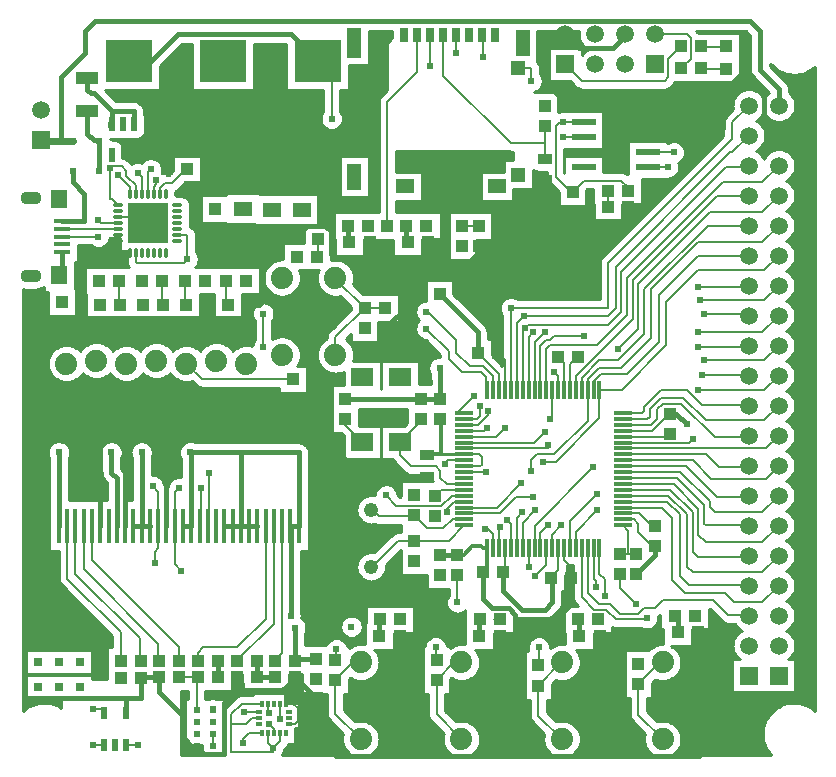
<source format=gbr>
%TF.GenerationSoftware,Novarm,DipTrace,3.2.0.1*%
%TF.CreationDate,2018-09-21T15:33:13-08:00*%
%FSLAX26Y26*%
%MOIN*%
%TF.FileFunction,Copper,L1,Top*%
%TF.Part,Single*%
%AMOUTLINE0*
4,1,4,
-0.035433,0.019685,
-0.035433,-0.019685,
0.035433,-0.019685,
0.035433,0.019685,
-0.035433,0.019685,
0*%
%AMOUTLINE1*
4,1,4,
0.026163,0.026163,
0.026205,-0.026121,
-0.026121,-0.026205,
-0.026163,0.026163,
0.026163,0.026163,
0*%
%AMOUTLINE2*
4,1,4,
-0.023622,0.015748,
-0.023622,-0.015748,
0.023622,-0.015748,
0.023622,0.015748,
-0.023622,0.015748,
0*%
%AMOUTLINE3*
4,1,4,
-0.010827,-0.023622,
0.010827,-0.023622,
0.010827,0.023622,
-0.010827,0.023622,
-0.010827,-0.023622,
0*%
%TA.AperFunction,Conductor*%
%ADD15C,0.007*%
%ADD16C,0.006*%
%ADD17C,0.015748*%
%ADD18C,0.008*%
%ADD19C,0.012*%
%ADD20C,0.011811*%
%ADD21C,0.01*%
%ADD22C,0.015*%
%ADD23C,0.023622*%
%ADD24R,0.15748X0.141732*%
%ADD26R,0.03937X0.043307*%
%ADD27R,0.043307X0.03937*%
%ADD28R,0.059055X0.051181*%
%ADD30R,0.023622X0.023622*%
%TA.AperFunction,ComponentPad*%
%ADD33R,0.059055X0.059055*%
%ADD34C,0.059055*%
%ADD36R,0.05315X0.015748*%
%ADD37R,0.055118X0.062992*%
%TA.AperFunction,ComponentPad*%
%ADD38O,0.070866X0.043307*%
%ADD39R,0.031496X0.048819*%
%ADD40R,0.045276X0.098425*%
%ADD41R,0.045276X0.086614*%
%ADD42R,0.059055X0.045276*%
%ADD43R,0.045669X0.047244*%
%ADD44R,0.045669X0.049213*%
%TA.AperFunction,ComponentPad*%
%ADD45C,0.074*%
%ADD48R,0.029528X0.029528*%
%ADD50R,0.062992X0.011811*%
%ADD51R,0.011811X0.062992*%
%ADD53O,0.033465X0.011811*%
%ADD54O,0.011811X0.033465*%
%ADD55R,0.137795X0.137795*%
%ADD56R,0.015748X0.11811*%
%ADD58R,0.023622X0.043307*%
%ADD60R,0.011811X0.019685*%
%ADD61R,0.019685X0.011811*%
%TA.AperFunction,ComponentPad*%
%ADD62R,0.05937X0.05937*%
%ADD63C,0.05937*%
%ADD64R,0.07874X0.023622*%
%ADD66R,0.074803X0.059055*%
%TA.AperFunction,ComponentPad*%
%ADD67C,0.048*%
%TA.AperFunction,ViaPad*%
%ADD68C,0.024*%
%ADD146OUTLINE0*%
%TA.AperFunction,ComponentPad*%
%ADD147OUTLINE1*%
%ADD148OUTLINE2*%
%ADD149OUTLINE3*%
%TA.AperFunction,CopperBalancing*%
%ADD150C,0.01*%
G75*
G01*
%LPD*%
X1280265Y593701D2*
D15*
Y543105D1*
X1281108Y543948D1*
X1399845Y678309D2*
Y676877D1*
X1399950Y676772D1*
X1894685Y1444340D2*
D16*
X2174950D1*
Y1456201D1*
X2680961Y1937551D2*
X2893802D1*
X2943701Y1987450D1*
X1894685Y1464025D2*
X2126525D1*
X2162452Y1499952D1*
X2674711Y1981297D2*
X2837547D1*
X2843701Y1987450D1*
X1007110Y681201D2*
D15*
X945460D1*
X1002314Y572369D2*
Y676404D1*
X1007110Y681201D1*
X2286418Y1111663D2*
Y947865D1*
X2328082Y906201D1*
X2368702D1*
X2399740Y875163D1*
X2499730D1*
X2502855Y878288D1*
X2306103Y1111663D2*
D16*
Y962551D1*
X2343496Y925158D1*
X2380992D1*
X2412239Y893911D1*
X2474732D1*
X2493481Y912659D1*
X2530977D1*
X2555974Y937656D1*
X2724706D1*
X2774701Y887662D1*
X2843490D1*
X2843701Y887450D1*
X2422244Y1385285D2*
D15*
Y1384326D1*
Y1385285D2*
D16*
X2633290D1*
X2737205Y1281370D1*
X2837621D1*
X2843701Y1287450D1*
X2422244Y1365600D2*
X2615479D1*
X2712208Y1268872D1*
Y1250124D1*
X2730956Y1231376D1*
X2887626D1*
X2943701Y1287450D1*
X2247047Y1111663D2*
Y1203670D1*
X2337247Y1293869D1*
X2687210Y1687578D2*
X2843574D1*
X2843701Y1687450D1*
X2422244Y1404970D2*
X2657351D1*
X2718457Y1343864D1*
X2900114D1*
X2943701Y1387450D1*
X2266732Y1111663D2*
Y1167110D1*
X2337247Y1237625D1*
X2674711Y1637583D2*
X2893834D1*
X2943701Y1687450D1*
X2168307Y1639222D2*
Y1774861D1*
X2181013Y1787567D1*
X2337247D1*
X2437236Y1887557D1*
Y2012544D1*
X2755953Y2331260D1*
X2887511D1*
X2943701Y2387450D1*
X938681Y2155882D2*
D15*
X971765D1*
Y2075037D1*
X959267Y2062538D1*
X803033D1*
X799908Y2065663D1*
Y2097805D1*
X800886Y2096827D1*
X970858Y2375912D2*
D3*
X800886Y2293677D2*
Y2320908D1*
X768701Y2353093D1*
Y2368717D1*
X753038Y2384379D1*
X718667D1*
X712452Y2378164D1*
Y2275016D1*
X721122D1*
X741831Y2254307D1*
X879626Y2293677D2*
Y2310988D1*
X896773Y2328135D1*
X921771D1*
X971765Y2378130D1*
Y2375005D1*
X554235Y2149952D2*
X674921D1*
Y2206273D2*
X684295Y2196899D1*
X743478D1*
X741831Y2195252D1*
X554235Y2175542D2*
X741831Y2175567D1*
X781201Y2293677D2*
Y2315596D1*
X740540Y2356257D1*
X1562452Y1846936D2*
Y1845523D1*
X2372525Y2304045D2*
D16*
Y2252236D1*
X2374743Y2250019D1*
X888710Y2003170D2*
D15*
Y1925053D1*
X891835Y1921928D1*
X741831Y2214937D2*
D16*
X820571D1*
X840256Y2195252D1*
X545377Y2275936D2*
D17*
X548502D1*
X837404Y2193774D2*
Y2196899D1*
X841903D1*
X840256Y2195252D1*
X1252987Y2240645D2*
D3*
X1352978D2*
D3*
X756299Y2524949D2*
D3*
X1091242Y2734324D2*
Y2709324D1*
X1205118Y1187454D2*
X1177559D1*
X1202621Y681201D2*
X1196826D1*
Y684326D1*
X1074879D2*
Y681201D1*
X1074040D1*
X1257591Y445436D2*
D15*
X1240895Y462131D1*
Y495276D1*
X1211368Y544488D2*
X1187908D1*
X1168372Y524952D1*
X1118625D1*
Y431460D1*
X1257591D1*
Y445436D1*
X1074040Y681201D2*
D17*
Y736957D1*
X1073772Y737225D1*
X1202536D2*
Y681286D1*
X1202621Y681201D1*
X1264138D1*
X1264370Y680969D1*
X1399950Y743701D2*
X1337776D1*
X1331299Y737225D1*
X1221210Y593701D2*
D15*
X1152755D1*
X1118625Y559571D1*
Y524952D1*
X1177559Y1187454D2*
D17*
X1150000D1*
X1122441D1*
X1094882D1*
X984646D2*
X971826D1*
X957087D1*
X846851D2*
X819292D1*
X791732D1*
X1796824Y1220521D2*
Y1214272D1*
X1728075Y1059658D2*
Y1070521D1*
X1315355Y1187454D2*
X1315576D1*
Y887450D1*
X1280265Y495276D2*
D15*
Y468110D1*
X1257591Y445436D1*
X681171Y1921928D2*
D17*
D3*
X824906D2*
D3*
X1787305Y1215752D2*
X1792055D1*
X1796824Y1220521D1*
X1331299Y737225D2*
Y846844D1*
X2422244Y1227805D2*
D16*
X2478347D1*
X2520526Y1185625D1*
X2531200D1*
X2207677Y1111663D2*
Y1037499D1*
X2182827Y1012649D1*
X2030512Y1111663D2*
Y1038475D1*
X2023294Y1031257D1*
D17*
Y970389D1*
X2087273Y906410D1*
X2162265D1*
X2187263Y931407D1*
Y1017084D1*
X2182827Y1012649D1*
X749696Y680526D2*
Y684326D1*
X1002314Y492841D2*
Y492840D1*
X787683Y2250181D2*
Y2247826D1*
X840256Y2195252D1*
X887452Y2249950D2*
Y2242448D1*
X840256Y2195252D1*
X554235Y2098771D2*
Y2032826D1*
X545377Y2023967D1*
X887310Y2143841D2*
Y2148198D1*
X840256Y2195252D1*
X545377Y2020030D2*
Y2023967D1*
X787683Y2143780D2*
X788784D1*
X840256Y2195252D1*
X1894685Y1404970D2*
D18*
X1842162D1*
X1831050Y1393858D1*
X1728075Y1290883D2*
Y1288756D1*
X1497617Y1608554D2*
D17*
X1747591D1*
X1749809Y1610772D1*
X1815427D1*
X1315355Y1187454D2*
X1342914D1*
X1062452Y2243701D2*
D3*
X1156201Y2243898D2*
Y2243701D1*
X984646Y1187454D2*
Y1431201D1*
X1150000D1*
X1343701D1*
Y1188242D1*
X819292Y1187454D2*
Y1431201D1*
X718701D2*
Y1362452D1*
X736614Y1344538D1*
Y1187454D1*
X731071Y456457D2*
D3*
X2422244Y1503395D2*
D16*
X2521776D1*
X2580971Y1562591D1*
Y1560777D1*
X2247047Y1639222D2*
Y1724179D1*
X2272940Y1750071D1*
X2010827Y1639222D2*
Y1690845D1*
X1939103Y1762570D1*
D17*
Y1831313D1*
X1812302Y1958113D1*
X1531082Y2799961D2*
Y2799009D1*
X1528181Y2796109D1*
X1912292Y2824958D2*
Y2821545D1*
X1911646Y2820899D1*
X2093523Y2793711D2*
X2093177D1*
X2090780Y2796109D1*
X2162265Y2587483D2*
Y2585670D1*
X1524832Y2343759D2*
Y2346697D1*
X1528181Y2350046D1*
X1693565Y2318761D2*
X1697261D1*
X1697473Y2318550D1*
X1999782D2*
X2003772D1*
X2074774Y2356257D2*
Y2356876D1*
X2293502Y2381255D2*
Y2381239D1*
X2023294Y1031257D2*
Y1029911D1*
X2530977Y1187630D2*
Y1185848D1*
X2531200Y1185625D1*
X1939103Y1762570D2*
D3*
X1815427Y1610772D2*
Y1709450D1*
X1812302Y1712575D1*
X2272940Y1750071D2*
X2274753D1*
X2580971Y1560777D2*
X2601533D1*
X2637215Y1525095D1*
X1150000Y1187454D2*
Y1431201D1*
X981201D2*
X984646D1*
X543701Y1187454D2*
Y1431201D1*
X2422244Y1345915D2*
D16*
X2603918D1*
X2693460Y1256373D1*
Y1193879D1*
X2699709Y1187630D1*
X2843521D1*
X2843701Y1187450D1*
X1057432Y492841D2*
D15*
Y453078D1*
X1611960Y818701D2*
D17*
Y872772D1*
X1614137Y874949D1*
X1945293Y818701D2*
Y874722D1*
X1945521Y874950D1*
X2278625Y818701D2*
Y868883D1*
X2272559Y874949D1*
X2605709Y831201D2*
Y877263D1*
X2595523Y887449D1*
X2422244Y1286860D2*
D16*
X2575482D1*
X2637215Y1225126D1*
Y1050145D1*
X2655963Y1031397D1*
X2887647D1*
X2943701Y1087450D1*
X2325788Y1639222D2*
Y1669869D1*
X2349746Y1693827D1*
X2437236D1*
X2543475Y1800066D1*
Y1956299D1*
X2674626Y2087450D1*
X2843701D1*
X2089567Y1639222D2*
Y1839567D1*
X2097213Y1847213D1*
X2106310Y1856310D1*
X2374743D1*
X2418488Y1900055D1*
Y2031292D1*
X2768452Y2381255D1*
X2837505D1*
X2843701Y2387450D1*
X1956201Y2749950D2*
Y2819651D1*
X1954953Y2820899D1*
X2293502Y2481239D2*
X2293496Y2481244D1*
X2224759D1*
X2422244Y1267175D2*
X2570170D1*
X2612218Y1225126D1*
Y1018898D1*
X2643465Y987651D1*
X2843500D1*
X2843701Y987450D1*
X2345473Y1639222D2*
X2420128D1*
X2568473Y1787567D1*
Y1931302D1*
X2674711Y2037541D1*
X2893792D1*
X2943701Y2087450D1*
X2345473Y1639222D2*
Y1545474D1*
X2199950Y1399952D1*
X2156201D1*
X1043701Y1362452D2*
Y1183517D1*
X1039764Y1187454D1*
X2069882Y1639222D2*
Y1863633D1*
X2093701Y1887452D1*
X2374638D1*
X2399740Y1912554D1*
Y2050040D1*
X2780950Y2431250D1*
X2787500D1*
X2843701Y2487450D1*
X2574722Y2381255D2*
X2506116D1*
X2506100Y2381239D1*
X1781201Y2718701D2*
Y2820376D1*
X1781725Y2820899D1*
X693670Y562756D2*
Y575194D1*
X656173D1*
X612428Y731428D2*
D3*
X1221210Y495276D2*
X1176192D1*
X1156121Y475205D1*
Y462706D1*
X543685Y650187D2*
D3*
X1260580Y495276D2*
Y508231D1*
X1243612Y525200D1*
X474942Y650187D2*
D3*
X1057432Y532605D2*
D3*
X612428Y650187D2*
D3*
X653937Y1187454D2*
Y1070965D1*
X943701Y781201D1*
Y738533D1*
X945009Y737225D1*
X626378Y1187454D2*
Y1042273D1*
X874950Y793701D1*
Y740355D1*
X878080Y737225D1*
X818701Y743701D2*
D15*
Y739680D1*
X816246Y737225D1*
X598819Y1187454D2*
D16*
Y1026084D1*
X812452Y812452D1*
Y741019D1*
X816246Y737225D1*
X571260Y1187454D2*
Y1009891D1*
X749950Y831201D1*
Y737858D1*
X749316Y737225D1*
X1232677Y1187454D2*
D15*
Y876427D1*
X1137452Y781201D1*
X1024952D1*
X1006201Y762450D1*
Y737866D1*
X1006843Y737225D1*
X1287795Y1187454D2*
Y762794D1*
X1263298Y738297D1*
X1264370Y737225D1*
X1260236Y1187454D2*
Y860236D1*
X1131201Y731201D1*
Y741630D1*
X1135607Y737225D1*
X929528Y1187454D2*
D16*
X931145Y1189071D1*
Y1200129D1*
X929528Y1187454D2*
Y1057874D1*
X949950Y1037452D1*
X474952Y731201D2*
D3*
X929528Y1187454D2*
Y1298278D1*
X943701Y1312452D1*
X2131019Y1018898D2*
X2168307Y1056187D1*
Y1111663D1*
X2286418Y1639222D2*
Y1680494D1*
X2343496Y1737572D1*
X2405990D1*
X2493481Y1825063D1*
Y1975047D1*
X2705883Y2187450D1*
X2843701D1*
X1887625Y2105953D2*
Y2118873D1*
X2128937Y1639222D2*
Y1797984D1*
X2162265Y1831313D1*
X1887453Y2118701D2*
X1887625Y2118873D1*
X744975Y2003170D2*
D15*
Y1925053D1*
X748100Y1921928D1*
X820571Y2293677D2*
D16*
X818701D1*
X820571D2*
Y2348082D1*
X806201Y2362452D1*
X1031777Y2005626D2*
X1029320Y2003170D1*
X1768701Y1843701D2*
X1843701Y1768701D1*
Y1743702D1*
X1887452Y1699952D1*
X1949950D1*
X1968701Y1681201D1*
Y1641978D1*
X1971457Y1639222D1*
X840256Y2293677D2*
Y2365358D1*
X849903Y2375005D1*
X1168620Y2006282D2*
Y2004983D1*
X1166806Y2003170D1*
X1768557Y1900055D2*
X1774806D1*
X1868546Y1806315D1*
Y1762570D1*
X1912292Y1718824D1*
X1956037D1*
X1990576Y1684285D1*
Y1638656D1*
X1991142Y1639222D1*
X2422244Y1562450D2*
X2487091D1*
X2493481Y1568840D1*
Y1581339D1*
X2549725Y1637583D1*
X2637215D1*
X2687210Y1587588D1*
X2843563D1*
X2843701Y1587450D1*
X2422244Y1542765D2*
X2504902D1*
X2512229Y1550092D1*
Y1575089D1*
X2549725Y1612586D1*
X2624717D1*
X2699709Y1537593D1*
X2893844D1*
X2943701Y1587450D1*
X2422244Y1523080D2*
X2516463D1*
X2537226Y1543843D1*
Y1575089D1*
X2555974Y1593837D1*
X2618467D1*
X2730956Y1481349D1*
X2837600D1*
X2843701Y1487450D1*
X2422244Y1444340D2*
X2900591D1*
X2943701Y1487450D1*
X2422244Y1424655D2*
X2700159D1*
X2743454Y1381360D1*
X2837610D1*
X2843701Y1387450D1*
X2090398Y1112494D2*
D15*
X2089567Y1111663D1*
D16*
Y1196173D1*
X2131019Y1237625D1*
X2674711Y1781318D2*
X2837568D1*
X2843701Y1787450D1*
X2131019Y1109582D2*
D15*
X2128937Y1111663D1*
D16*
Y1185549D1*
X2324748Y1381360D1*
X2693460Y1737572D2*
X2893823D1*
X2943701Y1787450D1*
X1406307Y2143874D2*
D15*
Y2085121D1*
X1404638Y2083452D1*
X1749809Y1543843D2*
Y1534469D1*
X1681066Y1465726D1*
X1894685Y1326230D2*
X1836185D1*
X1815427Y1346988D1*
Y1368861D1*
X1799803Y1384484D1*
X1718562D1*
X1681066Y1421981D1*
Y1465726D1*
X1497617Y1541625D2*
Y1523191D1*
X1555082Y1465726D1*
X1894685Y1286860D2*
X1852163D1*
X1818551Y1253248D1*
X1668567D1*
X1634196Y1287620D1*
X1556079Y1465726D2*
X1555082D1*
X859941Y2293677D2*
X859277Y2294341D1*
Y2315637D1*
X868701Y2325061D1*
Y2340576D1*
X1224864Y1893788D2*
D16*
Y1781318D1*
X2465576Y924952D2*
D15*
X2412239Y978289D1*
Y1026961D1*
X962391Y2003170D2*
Y1925053D1*
X965516Y1921928D1*
X2530977Y2824969D2*
D16*
X2637205D1*
X2649714Y2812460D1*
Y2743717D1*
X2618467Y2712470D1*
X2207677Y1639222D2*
Y1685911D1*
X2193512Y1700076D1*
X2405990Y1775068D2*
X2474732Y1843811D1*
Y1993795D1*
X2712208Y2231271D1*
X2887521D1*
X2943701Y2287450D1*
X2768208Y2709334D2*
D15*
X2688533D1*
X2685397Y2712470D1*
X1701771Y2187452D2*
D17*
Y2135474D1*
X1705870Y2131374D1*
X2422244Y1306545D2*
D16*
X2580794D1*
X2655963Y1231376D1*
Y1100139D1*
X2674711Y1081391D1*
X2837642D1*
X2843701Y1087450D1*
X2306103Y1639222D2*
Y1675181D1*
X2343496Y1712575D1*
X2418488D1*
X2518478Y1812565D1*
Y1975047D1*
X2674711Y2131281D1*
X2887532D1*
X2943701Y2187450D1*
X1012205Y1187454D2*
X1018701D1*
Y1312450D1*
X2118701Y1368701D2*
Y1406201D1*
X2137452Y1424952D1*
X2193701D1*
X2306201Y1537452D1*
Y1639124D1*
X2306103Y1639222D1*
X2050197D2*
Y1912452D1*
X2374743D1*
Y2062538D1*
X2787200Y2474995D1*
Y2530949D1*
X2843701Y2587450D1*
X2593470Y2431250D2*
X2506110D1*
X2506100Y2431239D1*
X1868546Y2762465D2*
Y2820692D1*
X1868339Y2820899D1*
X1894685Y1247490D2*
X2003398D1*
X2084149Y1328240D1*
X2693806Y1893806D2*
X2837345D1*
X2843701Y1887450D1*
X2345473Y1111663D2*
D15*
Y1026295D1*
X2362450Y1009318D1*
Y953076D1*
X1240895Y593701D2*
Y562696D1*
X1243612D1*
X1871067Y1022534D2*
Y931960D1*
X1871826Y931201D1*
X768473Y456457D2*
D16*
X806158D1*
X1002314Y532604D2*
D15*
Y532605D1*
X2162265Y2408376D2*
Y2462496D1*
Y2518740D1*
Y2462496D2*
X2049777D1*
X1825032Y2687242D1*
Y2820899D1*
X1506198Y2187452D2*
D17*
Y2137276D1*
X1512100Y2131374D1*
X1894685Y1227805D2*
D16*
X2014960D1*
X2068525Y1281370D1*
X2124769D1*
X2674711Y1831313D2*
X2887563D1*
X2943701Y1887450D1*
X2325788Y1111663D2*
D15*
X2327873Y1113748D1*
Y1009524D1*
X2334326Y1003071D1*
Y981201D1*
X1211368Y564173D2*
X1160723D1*
X1815427Y1022534D2*
X1814811D1*
X1057432Y572369D2*
X1056131D1*
Y575194D1*
X693670Y456457D2*
D16*
X656173D1*
X2422244Y1326230D2*
X2592356D1*
X2674711Y1243874D1*
Y1156383D1*
X2699709Y1131386D1*
X2887637D1*
X2943701Y1187450D1*
X2422244Y1247490D2*
X2552358D1*
X2587221Y1212628D1*
Y1006399D1*
X2630966Y962654D1*
X2762202D1*
X2793449Y931407D1*
X2887658D1*
X2943701Y987450D1*
X1464774Y672767D2*
D15*
X1522958Y730950D1*
X1549950D1*
X1464774Y672767D2*
D16*
Y560126D1*
X1549950Y474950D1*
X1991142Y1111663D2*
D15*
Y1128995D1*
Y1111663D2*
D16*
Y1158774D1*
X1974785Y1175131D1*
X1962286D1*
X1468588Y775173D2*
Y743509D1*
X1464774Y739696D1*
X1885368Y730950D2*
D15*
X1860494D1*
X1802310Y672767D1*
D16*
Y558008D1*
X1885368Y474950D1*
X1802310Y739696D2*
X1799803Y742202D1*
Y781423D1*
X2012281Y1181381D2*
X2010827Y1179927D1*
Y1111663D1*
X2220784Y730950D2*
D15*
X2218609D1*
X2141673Y654015D1*
D16*
Y554061D1*
X2220784Y474950D1*
X2187992Y1639222D2*
D15*
X2185624D1*
X2187992D2*
D16*
Y1550822D1*
X2181013Y1543843D1*
X2143517Y781423D2*
Y722788D1*
X2141673Y720944D1*
X2475170Y658054D2*
D15*
X2548066Y730950D1*
X2556201D1*
X2475170Y658054D2*
D16*
Y555982D1*
X2556201Y474950D1*
X2069882Y1111663D2*
Y1213984D1*
X2087273Y1231376D1*
X2474732Y725420D2*
X2475170Y724983D1*
X1894685Y1483710D2*
D15*
Y1484326D1*
Y1483710D2*
X1897432D1*
X1894685D2*
D16*
X2002143D1*
X2031029Y1512596D1*
X556184Y1931302D2*
X554370D1*
X1894685Y1542765D2*
D15*
X1908390D1*
X1894685D2*
X1936515D1*
X1946826Y1553076D1*
Y1587452D1*
X1894685Y1562450D2*
X1871826D1*
X1928076Y1618701D1*
X1324853Y1675079D2*
D16*
X1021072D1*
X968701Y1727450D1*
X1894685Y1523080D2*
D15*
Y1521826D1*
X1940269D1*
X1974950Y1556507D1*
Y1568700D1*
X1968847Y1512596D2*
X1959327Y1503076D1*
X1895004D1*
X1894685Y1503395D1*
X2266732Y1639222D2*
D16*
Y1685806D1*
X2455984Y1875058D1*
Y2006294D1*
X2737141Y2287450D1*
X2843701D1*
X2230977Y2724969D2*
X2287221Y2668725D1*
X2562223D1*
X2574722Y2681223D1*
Y2743717D1*
X2616250Y2785244D1*
X2768208Y2784334D2*
D15*
X2765323D1*
X2762202Y2781213D1*
X2680961D1*
Y2783026D1*
X2683179Y2785244D1*
X1099877Y2003170D2*
Y1928177D1*
X1106126Y1921928D1*
X776281Y2734324D2*
D17*
X849885D1*
X940519Y2824958D1*
X1315568D1*
X1406202Y2734324D1*
X1866849Y1267175D2*
D15*
X1894685D1*
X1860600D1*
X1837299Y1243874D1*
Y1231376D1*
X1453076Y2543701D2*
Y2687450D1*
X1406202Y2734324D1*
X2422244Y1483710D2*
D16*
X2572361D1*
X2580971Y1492320D1*
Y1493848D1*
X1971457Y1111663D2*
D19*
Y1046349D1*
X1956365Y1031257D1*
X2230977Y2824969D2*
D17*
X2277857Y2778088D1*
X2390366D1*
X2430977Y2818698D1*
Y2824969D1*
X1727950Y730950D2*
Y474950D1*
X2734201Y730950D2*
Y474950D1*
X2398784Y730950D2*
Y474950D1*
X2063368Y730950D2*
Y474950D1*
Y730950D2*
X2065400Y732983D1*
Y818701D1*
Y875163D1*
Y890786D1*
X2043528Y912659D1*
X1987284D1*
X1956037Y943906D1*
Y1030929D1*
X1956365Y1031257D1*
X2065400Y875163D2*
X2199761D1*
X2249756Y925158D1*
Y1012649D1*
X1727950Y628318D2*
Y730950D1*
X1956365Y1031257D2*
X1962146D1*
Y1025007D1*
X2422244Y1208120D2*
D16*
X2460532D1*
X2474950Y1193701D1*
Y1165576D1*
X2521831Y1118696D1*
X2531200D1*
X1336851Y2146402D2*
D17*
X1339378Y2143874D1*
X2249756Y1012649D2*
D16*
Y1050145D1*
X2227362Y1072538D1*
Y1111663D1*
X1135692Y681201D2*
D17*
Y638239D1*
X1288570D1*
X1299950Y649620D1*
X1331299Y680969D1*
X1309793Y524803D2*
D16*
X1330706D1*
X1340477Y534574D1*
Y578319D1*
X1325095Y593701D1*
X1299950D1*
D20*
Y611418D1*
D17*
Y649620D1*
X1814811Y1089463D2*
X1871067D1*
D19*
X1892242D1*
X1921666Y1118887D1*
X1950453D1*
X1957677Y1111663D1*
X1971457D1*
X2012222Y818701D2*
D17*
X2065400D1*
X1678889D2*
Y780012D1*
X1727950Y730950D1*
X2345554Y818701D2*
Y784180D1*
X2398784Y730950D1*
X2672638Y831201D2*
Y792513D1*
X2734201Y730950D1*
X1579029Y2131374D2*
X1624777D1*
X1637450Y2118701D1*
X1352978Y2315448D2*
X1252987D1*
X793701Y2422579D2*
Y2421876D1*
X903929D1*
Y2375912D1*
X1156201Y2318701D2*
X1115561D1*
X1093025Y2341236D1*
X1012386Y2421876D1*
X903929D1*
X1339378Y2143874D2*
Y2155179D1*
X1371650Y2187450D1*
X1412450D1*
Y2315448D1*
X1410550D1*
X1352978D1*
X741831Y2155882D2*
D20*
X743701D1*
Y2136197D1*
X741831D1*
X468701Y1737450D2*
D17*
Y1740689D1*
X440571Y1768819D1*
Y1878183D1*
X487441D1*
X611647D1*
X1032445D1*
X1173055D1*
Y1921928D1*
X611647Y1878183D2*
D21*
Y2037260D1*
X693088Y2118701D1*
X743701D1*
Y2134327D1*
X741831Y2136197D1*
X1032445Y1921928D2*
D17*
Y1878183D1*
X2835137Y2784334D2*
Y2709334D1*
Y2702029D1*
X2893439Y2643727D1*
Y2537713D1*
X2943701Y2487450D1*
X878530Y681201D2*
X817299D1*
X816625Y680526D1*
X1002314Y453078D2*
X984324D1*
X959326Y478076D1*
Y549952D1*
X878076Y631201D1*
Y680747D1*
X878530Y681201D1*
X1002314Y453078D2*
Y450713D1*
X1028076Y424950D1*
X1093701D1*
Y596248D1*
X1135692Y638239D1*
X1339378Y2143874D2*
X1299950D1*
X1224864Y2068788D1*
Y1948236D1*
Y1937551D1*
X1209240Y1921928D1*
X1173055D1*
X468701Y1737450D2*
X431201Y1699950D1*
Y1512452D1*
Y612450D1*
X768662D1*
X816625D1*
D22*
Y680526D1*
X743701Y2118701D2*
D21*
Y2103076D1*
X749950Y2096827D1*
X781201D1*
X1252987Y2315448D2*
D17*
X1159454D1*
X1156201Y2318701D1*
X1062452Y2310630D2*
Y2310663D1*
X1093025Y2341236D1*
X768662Y612450D2*
Y562756D1*
X768473D1*
X2227362Y1639222D2*
D16*
Y1728719D1*
X2206011Y1750071D1*
X2030512Y1639222D2*
Y1738089D1*
X2006032Y1762570D1*
X2506100Y2531239D2*
D17*
Y2509945D1*
Y2499725D1*
Y2481239D1*
X2293502Y2431239D2*
X2380982D1*
X2455984Y2506242D1*
X2502397D1*
X2506100Y2509945D1*
X1391782Y1675079D2*
Y1808129D1*
X1256110Y1943801D1*
X1229299D1*
X1224864Y1948236D1*
X2006032Y1762570D2*
Y1893806D1*
X1874795Y2025042D1*
X1812302D1*
Y2076137D1*
Y2091872D1*
X1772799Y2131374D1*
X1943538Y2118782D2*
Y2100034D1*
X1868546Y2025042D1*
X1812302D1*
X2256201Y2233023D2*
Y2224826D1*
X2293502Y2187525D1*
X2412239D1*
X2443486Y2218772D1*
Y2248205D1*
X2441672Y2250019D1*
X2505979D1*
X2637215Y2381255D1*
Y2506242D1*
X2512617D1*
X2506100Y2499725D1*
X1943538Y2118782D2*
X2024780D1*
X2162265Y2256268D1*
Y2262225D1*
Y2337509D1*
X2256201Y2233023D2*
X2191467D1*
X2162265Y2262225D1*
X2637215Y2506242D2*
Y2511412D1*
X2835137Y2709334D1*
X2230977Y2824969D2*
X2218520D1*
X2162265Y2768714D1*
Y2668725D1*
X2218509Y2612481D1*
X2530977D1*
X2637215Y2506242D1*
X487441Y1931302D2*
Y1878183D1*
X1412450Y2187450D2*
X1431167D1*
X1449840Y2168777D1*
Y2093785D1*
X1468588Y2075037D1*
X1593786D1*
X1594886Y2076137D1*
X1637450Y2118701D1*
X1594886Y2076137D2*
X1812302D1*
X2531200Y1118696D2*
Y1089864D1*
X2468483Y1027147D1*
X2249756Y1012649D2*
D3*
X1771974Y1350042D2*
X1556150D1*
X1387347Y1518845D1*
Y1670643D1*
X1391782Y1675079D1*
X2580971Y1493848D2*
D3*
X2006032Y1762570D2*
D3*
X2206011Y1750071D2*
D3*
X1812302Y2025042D2*
X1762307D1*
X1706063Y1968798D1*
Y1920385D1*
X1631201Y1845523D1*
X901969Y1187454D2*
Y1447935D1*
X837452Y1512452D1*
X764173D1*
X681496D1*
X431201D1*
X1727950Y474950D2*
Y459452D1*
X1768701Y418701D1*
X2007118D1*
X2011605Y423188D1*
X2063368Y474950D1*
X2011605Y423188D2*
Y418701D1*
X2398784D1*
X2677952D1*
X2734201Y474950D1*
X2398784D2*
Y418701D1*
X1768701D2*
X1468701D1*
X1393701Y493701D1*
Y618567D1*
X1331299Y680969D1*
X681496Y1187454D2*
Y1512452D1*
X764173Y1187454D2*
Y1512452D1*
X1815427Y1543843D2*
D19*
X1818551D1*
Y1425105D1*
X1771974D1*
Y1420908D1*
X1894685Y1385285D2*
D18*
X1947463D1*
X1952912Y1390734D1*
Y1415731D1*
X1943538Y1425105D1*
X1895135D1*
X1894685Y1424655D1*
X1818551Y1425105D2*
D21*
X1894685Y1424655D1*
X676013Y2368756D2*
D17*
Y2468746D1*
Y2471870D1*
X659298D1*
X637425Y2493743D1*
Y2568735D1*
X676013Y2368756D2*
D3*
X821781Y2003170D2*
D3*
X793701Y2524949D2*
Y2568735D1*
X718898D1*
Y2524949D1*
X637425Y2678971D2*
Y2640603D1*
X649924Y2628104D1*
X659529D1*
X718898Y2568735D1*
X678046Y2003170D2*
D16*
D3*
X718667Y2521865D2*
Y2524718D1*
X718898Y2524949D1*
X484316Y2471870D2*
D23*
Y2468746D1*
X549935D1*
X589399D1*
X549935D2*
D17*
Y2681184D1*
X631201Y2762450D1*
Y2837450D1*
X662454Y2868704D1*
X2846568D1*
X2880940Y2834332D1*
Y2706221D1*
X2943701Y2643460D1*
Y2587450D1*
X554235Y2201133D2*
X628051D1*
D22*
Y2293764D1*
X589399Y2332416D1*
Y2368756D1*
X1584326Y1239954D2*
D15*
Y1243750D1*
X1609198Y1218877D1*
X1728075D1*
Y1221827D1*
X1728110D1*
X1771681Y1178256D1*
X1824801D1*
X1856047Y1209503D1*
X1893302D1*
X1894685Y1208120D1*
X1584326Y1049954D2*
Y1047145D1*
X1674631Y1137450D1*
X1728075D1*
X1843701D1*
X1894685Y1188435D1*
X2439454Y2304045D2*
D16*
Y2316698D1*
X2418701Y2337452D1*
X2293701D1*
X2256201Y2299952D1*
X2148622Y1639222D2*
Y1786122D1*
X2168701Y1806201D1*
X2181201D1*
X2193814Y1818814D1*
X2293502D1*
X2224759Y2531239D2*
X2293502D1*
X2256201Y2299952D2*
X2249950D1*
X2199761Y2350141D1*
Y2518512D1*
X2212488Y2531239D1*
X2224759D1*
X1681066Y874949D2*
Y868914D1*
X2037278Y1206378D2*
X2050197Y1193460D1*
Y1111663D1*
X1993533Y875163D2*
D15*
X2012450D1*
Y874950D1*
D16*
Y868914D1*
X2174764Y1187630D2*
X2148622Y1161488D1*
Y1111663D1*
X2339488Y874949D2*
D15*
X2343701D1*
X2187992Y1111663D2*
D16*
Y1157113D1*
X2218509Y1187630D1*
X2337247Y868914D2*
X2345524D1*
X2339488Y874949D1*
X2422244Y1464025D2*
X2535802D1*
X2537226Y1462601D1*
X2643465D1*
X2655963Y1475100D1*
X2662213Y887662D2*
X2662239D1*
X2468483Y1094076D2*
D15*
X2440335D1*
X2412425D1*
X2412239Y1093890D1*
X2440335Y1094076D2*
Y1170344D1*
X2422244Y1188435D1*
X874410Y1187454D2*
D16*
Y1111910D1*
X862450Y1099950D1*
Y1062452D1*
X543701Y731201D2*
D3*
X874410Y1187454D2*
Y1300492D1*
X856201Y1318701D1*
X2109252Y1050145D2*
Y1111663D1*
X1465450Y2012201D2*
D15*
Y2009453D1*
X1562452Y1912452D1*
X1631201D1*
X1465450Y1756201D2*
Y1815450D1*
X1562452Y1912452D1*
X1894685Y1306545D2*
X1815919D1*
X1796824Y1287450D1*
Y1281201D1*
X1894685Y1365600D2*
X1965551D1*
X1337352Y2084411D2*
Y2083809D1*
X1637450Y2185630D2*
D3*
X1574960Y2187452D2*
X1573128D1*
X1637450Y2185630D2*
D16*
Y2599950D1*
X1737452Y2699952D1*
Y2819933D1*
X1738418Y2820899D1*
X2109252Y1639222D2*
Y1815795D1*
X2124769Y1831313D1*
X1887625Y2185802D2*
D15*
X1889274Y2187452D1*
X1768710D2*
D3*
X2075032Y2711462D2*
X2118520D1*
Y2668725D1*
X1943538Y2185711D2*
D16*
X1887715D1*
X1887625Y2185802D1*
D68*
X1281108Y543948D3*
X1399845Y678309D3*
X2174950Y1456201D3*
X2680961Y1937551D3*
X2162452Y1499952D3*
X2674711Y1981297D3*
X2502855Y878288D3*
X2337247Y1293869D3*
X2687210Y1687578D3*
X2337247Y1237625D3*
X2674711Y1637583D3*
X970858Y2375912D3*
X971765Y2075037D3*
X712452Y2378164D3*
X674921Y2149952D3*
Y2206273D3*
X740540Y2356257D3*
X1562452Y1846936D3*
X548502Y2275936D3*
X837404Y2193774D3*
X1252987Y2240645D3*
X1352978D3*
X756299Y2524949D3*
X1091242Y2709324D3*
X1196826Y684326D3*
X1074879D3*
X1257591Y445436D3*
X1196826Y684326D3*
X1257591Y445436D3*
X1796824Y1214272D3*
X1728075Y1059658D3*
X1315576Y887450D3*
X1257591Y445436D3*
X681171Y1921928D3*
X1315576Y887450D3*
X824906Y1921928D3*
X1331299Y846844D3*
X1196826Y684326D3*
X749696D3*
X1331299Y846844D3*
X1002314Y492840D3*
X787683Y2250181D3*
X887452Y2249950D3*
X887310Y2143841D3*
X548502Y2275936D3*
X545377Y2020030D3*
X787683Y2143780D3*
X1831050Y1393858D3*
X1728075Y1290883D3*
X1796824Y1214272D3*
X1062452Y2243701D3*
X1156201D3*
X1062452D3*
X1156201D3*
X1252987Y2240645D3*
X819292Y1431201D3*
X718701D3*
X731071Y456457D3*
X1002314Y492840D3*
X1531082Y2799961D3*
X1091242Y2709324D3*
X1912292Y2824958D3*
X2093523Y2793711D3*
X2162265Y2587483D3*
X1524832Y2343759D3*
X1693565Y2318761D3*
X2003772Y2318550D3*
X2074774Y2356257D3*
X2003772Y2318550D3*
X2293502Y2381255D3*
X2023294Y1029911D3*
X2530977Y1187630D3*
X2023294Y1029911D3*
X1939103Y1762570D3*
X1812302Y1712575D3*
X2274753Y1750071D3*
X1939103Y1762570D3*
X2637215Y1525095D3*
X2274753Y1750071D3*
X981201Y1431201D3*
X819292D3*
X543701D3*
X1956201Y2749950D3*
X2097213Y1847213D3*
X2224759Y2481244D3*
X2156201Y1399952D3*
X1043701Y1362452D3*
X2574722Y2381255D3*
X1781201Y2718701D3*
X2093701Y1887452D3*
X656173Y575194D3*
X612428Y731428D3*
X1156121Y462706D3*
X543685Y650187D3*
X1243612Y525200D3*
X474942Y650187D3*
X1057432Y532605D3*
X612428Y650187D3*
X949950Y1037452D3*
X474952Y731201D3*
X943701Y1312452D3*
X2131019Y1018898D3*
X2162265Y1831313D3*
X1887453Y2118701D3*
X806201Y2362452D3*
X1031777Y2005626D3*
X1768701Y1843701D3*
X849903Y2375005D3*
X1168620Y2006282D3*
X1768557Y1900055D3*
X2131019Y1237625D3*
X2674711Y1781318D3*
X2324748Y1381360D3*
X2693460Y1737572D3*
X1634196Y1287620D3*
X1556079Y1465726D3*
X868701Y2340576D3*
X1224864Y1893788D3*
Y1781318D3*
X1518583Y850166D3*
X2465576Y924952D3*
X2193512Y1700076D3*
X2405990Y1775068D3*
X1018701Y1312450D3*
X2118701Y1368701D3*
X2593470Y2431250D3*
X1868546Y2762465D3*
X2050197Y1912452D3*
X2084149Y1328240D3*
X2693806Y1893806D3*
X2362450Y953076D3*
X1243612Y562696D3*
X2362450Y953076D3*
X1871826Y931201D3*
X806158Y456457D3*
X1002314Y532604D3*
X1243612Y562696D3*
X2124769Y1281370D3*
X2674711Y1831313D3*
X2334326Y981201D3*
X1160723Y564173D3*
X1815427Y1022534D3*
X2334326Y981201D3*
X1056131Y575194D3*
X1160723Y564173D3*
X656173Y456457D3*
X1056131Y575194D3*
X1962286Y1175131D3*
X1468588Y775173D3*
X1799803Y781423D3*
X2012281Y1181381D3*
X2181013Y1543843D3*
X2143517Y781423D3*
X2087273Y1231376D3*
X2474732Y725420D3*
X2031029Y1512596D3*
X556184Y1931302D3*
X1946826Y1587452D3*
X1928076Y1618701D3*
X1974950Y1568700D3*
X1968847Y1512596D3*
X1837299Y1231376D3*
X1453076Y2543701D3*
X2468483Y1027147D3*
X2249756Y1012649D3*
X2580971Y1493848D3*
X2468483Y1027147D3*
X2006032Y1762570D3*
X2206011Y1750071D3*
X676013Y2368756D3*
X821781Y2003170D3*
X678046D3*
X718667Y2521865D3*
X2293502Y1818814D3*
X2224759Y2531239D3*
D3*
X1681066Y868914D3*
X2037278Y1206378D3*
X2012450Y868914D3*
X2174764Y1187630D3*
X2218509D3*
X2337247Y868914D3*
X2655963Y1475100D3*
X2662213Y887662D3*
X862450Y1062452D3*
X543701Y731201D3*
X856201Y1318701D3*
X2109252Y1050145D3*
X1796824Y1281201D3*
X1965551Y1365600D3*
X1337352Y2084411D3*
X1637450Y2185630D3*
X1574960Y2187452D3*
X2124769Y1831313D3*
X1637450Y2185630D3*
X1889274Y2187452D3*
X1768710D3*
X2118520Y2668725D3*
X1889274Y2187452D3*
X1577210Y2835110D2*
D150*
X1652965D1*
X2139809D2*
X2275836D1*
X2668226D2*
X2832105D1*
X1577210Y2825242D2*
X1652965D1*
X2139809D2*
X2274898D1*
X2816253D2*
X2841969D1*
X1577210Y2815373D2*
X1652965D1*
X2139809D2*
X2275738D1*
X2816253D2*
X2846656D1*
X1577210Y2805504D2*
X1643902D1*
X2139809D2*
X2278453D1*
X2816253D2*
X2846656D1*
X1577210Y2795635D2*
X1636969D1*
X2139809D2*
X2283356D1*
X2816253D2*
X2846656D1*
X949378Y2785767D2*
X986109D1*
X1196390D2*
X1301070D1*
X1577210D2*
X1634566D1*
X2139809D2*
X2291285D1*
X2816253D2*
X2846656D1*
X939516Y2775898D2*
X986109D1*
X1196390D2*
X1301070D1*
X1577210D2*
X1634488D1*
X2139809D2*
X2174898D1*
X2287054D2*
X2304957D1*
X2816253D2*
X2846656D1*
X929652Y2766029D2*
X986109D1*
X1196390D2*
X1301070D1*
X1577210D2*
X1634488D1*
X2139809D2*
X2174898D1*
X2287054D2*
X2293257D1*
X2816253D2*
X2846656D1*
X919769Y2756160D2*
X986109D1*
X1196390D2*
X1301070D1*
X1577210D2*
X1634488D1*
X2139809D2*
X2174898D1*
X2816253D2*
X2846656D1*
X909906Y2746292D2*
X986109D1*
X1196390D2*
X1301070D1*
X1577210D2*
X1634488D1*
X2139809D2*
X2174898D1*
X2816253D2*
X2846656D1*
X900042Y2736423D2*
X986109D1*
X1196390D2*
X1301070D1*
X1577210D2*
X1634488D1*
X2139809D2*
X2174898D1*
X2816253D2*
X2846656D1*
X890180Y2726554D2*
X986109D1*
X1196390D2*
X1301070D1*
X1577210D2*
X1634488D1*
X2144164D2*
X2174898D1*
X2816253D2*
X2846656D1*
X881429Y2716685D2*
X986109D1*
X1196390D2*
X1301070D1*
X1511352D2*
X1634488D1*
X2147953D2*
X2174898D1*
X2816253D2*
X2846656D1*
X881429Y2706816D2*
X986109D1*
X1196390D2*
X1301070D1*
X1511352D2*
X1634488D1*
X2148421D2*
X2174898D1*
X2816253D2*
X2846656D1*
X2928402D2*
X2936364D1*
X3051038D2*
X3062692D1*
X881429Y2696948D2*
X986109D1*
X1196390D2*
X1301070D1*
X1511352D2*
X1634488D1*
X2148421D2*
X2174898D1*
X2816253D2*
X2847984D1*
X2938265D2*
X2955777D1*
X3031625D2*
X3062692D1*
X881429Y2687079D2*
X986109D1*
X1196390D2*
X1301070D1*
X1511352D2*
X1634488D1*
X2152113D2*
X2174898D1*
X2816253D2*
X2852730D1*
X2948129D2*
X3062692D1*
X881429Y2677210D2*
X986109D1*
X1196390D2*
X1301070D1*
X1511352D2*
X1634488D1*
X2155941D2*
X2174898D1*
X2816253D2*
X2861890D1*
X2958012D2*
X3062692D1*
X881429Y2667341D2*
X986109D1*
X1196390D2*
X1301070D1*
X1511352D2*
X1634488D1*
X2156898D2*
X2247437D1*
X2600492D2*
X2720152D1*
X2816253D2*
X2871753D1*
X2967874D2*
X3062692D1*
X881429Y2657473D2*
X986109D1*
X1196390D2*
X1301070D1*
X1511352D2*
X1634488D1*
X2155180D2*
X2257301D1*
X2592133D2*
X2881637D1*
X2974886D2*
X3062692D1*
X881429Y2647604D2*
X986109D1*
X1196390D2*
X1301070D1*
X1511352D2*
X1634488D1*
X2150394D2*
X2267242D1*
X2582210D2*
X2891500D1*
X2977718D2*
X3062692D1*
X697953Y2637735D2*
X1423180D1*
X1482973D2*
X1634078D1*
X2140453D2*
X2820601D1*
X2866801D2*
X2901364D1*
X2977973D2*
X3062692D1*
X707816Y2627866D2*
X1423180D1*
X1482973D2*
X1624196D1*
X2208344D2*
X2805504D1*
X2881898D2*
X2905504D1*
X2981898D2*
X3062692D1*
X717700Y2617998D2*
X1423180D1*
X1482973D2*
X1614528D1*
X2208344D2*
X2797046D1*
X2890356D2*
X2897062D1*
X2990356D2*
X3062692D1*
X727562Y2608129D2*
X1423180D1*
X1482973D2*
X1609253D1*
X2208344D2*
X2791813D1*
X2995589D2*
X3062692D1*
X810042Y2598260D2*
X1423180D1*
X1482973D2*
X1608042D1*
X2208344D2*
X2788844D1*
X2998558D2*
X3062692D1*
X821546Y2588391D2*
X1423180D1*
X1482973D2*
X1608042D1*
X2208344D2*
X2787789D1*
X2999613D2*
X3062692D1*
X826508Y2578523D2*
X1423180D1*
X1482973D2*
X1608042D1*
X2208344D2*
X2788512D1*
X2998890D2*
X3062692D1*
X827973Y2568654D2*
X1423180D1*
X1482973D2*
X1608042D1*
X2208344D2*
X2783746D1*
X2996313D2*
X3062692D1*
X828793Y2558785D2*
X1417848D1*
X1488305D2*
X1608042D1*
X2359281D2*
X2773864D1*
X2991546D2*
X3062692D1*
X830921Y2548916D2*
X1415034D1*
X1491117D2*
X1608042D1*
X2359281D2*
X2764214D1*
X2883852D2*
X2903550D1*
X2983852D2*
X3062692D1*
X830921Y2539047D2*
X1414977D1*
X1491196D2*
X1608042D1*
X2359281D2*
X2758981D1*
X2870668D2*
X2916734D1*
X2970668D2*
X3062692D1*
X830921Y2529179D2*
X1417613D1*
X1488538D2*
X1608042D1*
X2359281D2*
X2757809D1*
X2880414D2*
X3062692D1*
X830921Y2519310D2*
X1423726D1*
X1482425D2*
X1608042D1*
X2359281D2*
X2757809D1*
X2889437D2*
X3062692D1*
X830921Y2509441D2*
X1437066D1*
X1469086D2*
X1608042D1*
X2359281D2*
X2757809D1*
X2895042D2*
X3062692D1*
X830864Y2499572D2*
X1608042D1*
X2359281D2*
X2757809D1*
X2898265D2*
X3062692D1*
X828109Y2489704D2*
X1608042D1*
X2359281D2*
X2757809D1*
X2899574D2*
X3062692D1*
X819066Y2479835D2*
X1608042D1*
X2359281D2*
X2750874D1*
X2899105D2*
X3062692D1*
X739692Y2469966D2*
X1608042D1*
X2359281D2*
X2741012D1*
X2896781D2*
X3062692D1*
X751996Y2460097D2*
X1608042D1*
X2359281D2*
X2440328D1*
X2618265D2*
X2731129D1*
X2892328D2*
X3062692D1*
X755805Y2450229D2*
X1608042D1*
X2359281D2*
X2440328D1*
X2626702D2*
X2721265D1*
X2885101D2*
X3062692D1*
X756117Y2440360D2*
X1608042D1*
X2229164D2*
X2440328D1*
X2630746D2*
X2711402D1*
X2872973D2*
X2927945D1*
X2959457D2*
X3062692D1*
X756117Y2430491D2*
X1608042D1*
X1666860D2*
X2056969D1*
X2229164D2*
X2440328D1*
X2631860D2*
X2701538D1*
X2878832D2*
X2908570D1*
X2978832D2*
X3062692D1*
X756117Y2420622D2*
X922809D1*
X1018910D2*
X1608042D1*
X1666860D2*
X2056969D1*
X2229164D2*
X2440328D1*
X2630336D2*
X2691656D1*
X2888481D2*
X2898921D1*
X2988481D2*
X3062692D1*
X765864Y2410753D2*
X837906D1*
X861898D2*
X922809D1*
X1018910D2*
X1479137D1*
X1577210D2*
X1608042D1*
X1666860D2*
X2056969D1*
X2359281D2*
X2440328D1*
X2625746D2*
X2681793D1*
X2994437D2*
X3062692D1*
X778402Y2400885D2*
X821910D1*
X877894D2*
X922809D1*
X1018910D2*
X1479137D1*
X1577210D2*
X1608042D1*
X1666860D2*
X2025797D1*
X2359281D2*
X2440328D1*
X2616313D2*
X2671929D1*
X2997953D2*
X3062692D1*
X884710Y2391016D2*
X922809D1*
X1018910D2*
X1479137D1*
X1577210D2*
X1608042D1*
X1666860D2*
X2025797D1*
X2359281D2*
X2440328D1*
X2611820D2*
X2662066D1*
X2999516D2*
X3062692D1*
X887797Y2381147D2*
X922809D1*
X1018910D2*
X1479137D1*
X1577210D2*
X1608042D1*
X1666860D2*
X2025797D1*
X2359281D2*
X2440328D1*
X2613129D2*
X2652184D1*
X2999261D2*
X3062692D1*
X891058Y2371278D2*
X922809D1*
X1018910D2*
X1479137D1*
X1577210D2*
X1608042D1*
X1666860D2*
X2025797D1*
X2359281D2*
X2440328D1*
X2611761D2*
X2642320D1*
X2997192D2*
X3062692D1*
X900765Y2361410D2*
X913180D1*
X1018910D2*
X1479137D1*
X1577210D2*
X1608042D1*
X1753402D2*
X1947848D1*
X2124261D2*
X2170368D1*
X2434945D2*
X2440319D1*
X2607425D2*
X2632457D1*
X2993070D2*
X3062692D1*
X1018910Y2351541D2*
X1479137D1*
X1577210D2*
X1608042D1*
X1753402D2*
X1947848D1*
X2124261D2*
X2170368D1*
X2598441D2*
X2622574D1*
X2986273D2*
X3062692D1*
X1018910Y2341672D2*
X1479137D1*
X1577210D2*
X1608042D1*
X1753402D2*
X1947848D1*
X2124261D2*
X2171656D1*
X2487504D2*
X2612710D1*
X2975062D2*
X3062692D1*
X1018910Y2331803D2*
X1479137D1*
X1577210D2*
X1608042D1*
X1753402D2*
X1947848D1*
X2124261D2*
X2177066D1*
X2487504D2*
X2602848D1*
X2977093D2*
X3062692D1*
X957445Y2321935D2*
X1479137D1*
X1577210D2*
X1608042D1*
X1753402D2*
X1947848D1*
X2124261D2*
X2186813D1*
X2487504D2*
X2592984D1*
X2987445D2*
X3062692D1*
X947562Y2312066D2*
X1479137D1*
X1577210D2*
X1608042D1*
X1753402D2*
X1947848D1*
X2124261D2*
X2196676D1*
X2487504D2*
X2583101D1*
X2993813D2*
X3062692D1*
X935512Y2302197D2*
X1479137D1*
X1577210D2*
X1608042D1*
X1753402D2*
X1947848D1*
X2059692D2*
X2206538D1*
X2302289D2*
X2324469D1*
X2487504D2*
X2573238D1*
X2997621D2*
X3062692D1*
X931625Y2292328D2*
X1100269D1*
X1212133D2*
X1479137D1*
X1577210D2*
X1608042D1*
X1753402D2*
X1947848D1*
X2059692D2*
X2210113D1*
X2302289D2*
X2324469D1*
X2487504D2*
X2563374D1*
X2999418D2*
X3062692D1*
X964202Y2282460D2*
X1016364D1*
X1408910D2*
X1479137D1*
X1577210D2*
X1608042D1*
X1753402D2*
X1947848D1*
X2059692D2*
X2210113D1*
X2302289D2*
X2324469D1*
X2487504D2*
X2553492D1*
X2999398D2*
X3062692D1*
X975921Y2272591D2*
X1016364D1*
X1408910D2*
X1608042D1*
X1753402D2*
X1947848D1*
X2059692D2*
X2210113D1*
X2302289D2*
X2324469D1*
X2487504D2*
X2543629D1*
X2997582D2*
X3062692D1*
X980668Y2262722D2*
X1016364D1*
X1408910D2*
X1608042D1*
X1666860D2*
X2210113D1*
X2302289D2*
X2324469D1*
X2487504D2*
X2533765D1*
X2993753D2*
X3062692D1*
X981781Y2252853D2*
X1016364D1*
X1408910D2*
X1608042D1*
X1666860D2*
X2326696D1*
X2422797D2*
X2523902D1*
X2987368D2*
X3062692D1*
X980668Y2242984D2*
X1016364D1*
X1408910D2*
X1608042D1*
X1666860D2*
X2326696D1*
X2422797D2*
X2514020D1*
X2976957D2*
X3062692D1*
X981781Y2233116D2*
X1016364D1*
X1408910D2*
X1608042D1*
X1666860D2*
X2326696D1*
X2422797D2*
X2504156D1*
X2975218D2*
X3062692D1*
X980688Y2223247D2*
X1016364D1*
X1408910D2*
X1458141D1*
X1816761D2*
X1841538D1*
X1989633D2*
X2326696D1*
X2422797D2*
X2494293D1*
X2986370D2*
X3062692D1*
X981781Y2213378D2*
X1016364D1*
X1408910D2*
X1458141D1*
X1816761D2*
X1841538D1*
X1989633D2*
X2326696D1*
X2422797D2*
X2484410D1*
X2993129D2*
X3062692D1*
X980706Y2203509D2*
X1016364D1*
X1408910D2*
X1458141D1*
X1816761D2*
X1841538D1*
X1989633D2*
X2474546D1*
X2997230D2*
X3062692D1*
X981781Y2193641D2*
X1100269D1*
X1408910D2*
X1458141D1*
X1816761D2*
X1841538D1*
X1989633D2*
X2464684D1*
X2999281D2*
X3062692D1*
X980726Y2183772D2*
X1358257D1*
X1816761D2*
X1841538D1*
X1989633D2*
X2454820D1*
X2999496D2*
X3062692D1*
X995356Y2173903D2*
X1358257D1*
X1816761D2*
X1841538D1*
X1989633D2*
X2444937D1*
X2997933D2*
X3062692D1*
X1000492Y2164034D2*
X1358257D1*
X1816761D2*
X1841538D1*
X1989633D2*
X2435074D1*
X2994378D2*
X3062692D1*
X1001664Y2154166D2*
X1358257D1*
X1816761D2*
X1841538D1*
X1989633D2*
X2425210D1*
X2988402D2*
X3062692D1*
X712894Y2144297D2*
X728512D1*
X1001664D2*
X1358257D1*
X1816761D2*
X1841538D1*
X1989633D2*
X2415348D1*
X2978676D2*
X3062692D1*
X709945Y2134428D2*
X744957D1*
X1001664D2*
X1358257D1*
X1454360D2*
X1464038D1*
X1560160D2*
X1657809D1*
X1753929D2*
X1841538D1*
X1933714D2*
X2405465D1*
X2973168D2*
X3062692D1*
X703382Y2124559D2*
X744957D1*
X1001664D2*
X1289664D1*
X1454360D2*
X1464038D1*
X1560160D2*
X1657809D1*
X1753929D2*
X1841538D1*
X1933714D2*
X2395601D1*
X2985200D2*
X3062692D1*
X607210Y2114691D2*
X661461D1*
X688382D2*
X744957D1*
X1001664D2*
X1289664D1*
X1454360D2*
X1464038D1*
X1560160D2*
X1657809D1*
X1753929D2*
X1841538D1*
X1933714D2*
X2385738D1*
X2992406D2*
X3062692D1*
X607210Y2104822D2*
X744957D1*
X1001664D2*
X1289664D1*
X1454360D2*
X1464038D1*
X1560160D2*
X1657809D1*
X1753929D2*
X1841538D1*
X1933714D2*
X2375856D1*
X2996801D2*
X3062692D1*
X607210Y2094953D2*
X768589D1*
X1004418D2*
X1289664D1*
X1452700D2*
X1464038D1*
X1560160D2*
X1657809D1*
X1753929D2*
X1841538D1*
X1933714D2*
X2365992D1*
X2999105D2*
X3062692D1*
X607210Y2085084D2*
X768589D1*
X1008793D2*
X1289664D1*
X1452700D2*
X1841538D1*
X1933714D2*
X2356129D1*
X2999574D2*
X3062692D1*
X607210Y2075215D2*
X770016D1*
X1010160D2*
X1289664D1*
X1452700D2*
X1841538D1*
X1933714D2*
X2348336D1*
X2998246D2*
X3062692D1*
X599340Y2065347D2*
X770016D1*
X1008890D2*
X1253746D1*
X1499145D2*
X2345484D1*
X2994984D2*
X3062692D1*
X599340Y2055478D2*
X771870D1*
X1004652D2*
X1241500D1*
X1511410D2*
X2345348D1*
X2989360D2*
X3062692D1*
X599340Y2045609D2*
X629996D1*
X1214868D2*
X1233746D1*
X1519145D2*
X2345348D1*
X2980277D2*
X3062692D1*
X599340Y2035740D2*
X629996D1*
X1214868D2*
X1228668D1*
X1346234D2*
X1406656D1*
X1524242D2*
X2345348D1*
X2970882D2*
X3062692D1*
X599340Y2025872D2*
X629996D1*
X1214868D2*
X1225562D1*
X1349340D2*
X1403570D1*
X1527328D2*
X2345348D1*
X2983949D2*
X3062692D1*
X599340Y2016003D2*
X629996D1*
X1214868D2*
X1224176D1*
X1350726D2*
X1402164D1*
X1528734D2*
X2345348D1*
X2991625D2*
X3062692D1*
X599340Y2006134D2*
X629996D1*
X1214868D2*
X1224352D1*
X1350550D2*
X1402340D1*
X1528558D2*
X2345348D1*
X2996352D2*
X3062692D1*
X599340Y1996265D2*
X629996D1*
X1214868D2*
X1226129D1*
X1348773D2*
X1404117D1*
X1526781D2*
X1766226D1*
X1858382D2*
X2345348D1*
X2998910D2*
X3062692D1*
X599340Y1986397D2*
X629996D1*
X1214868D2*
X1229645D1*
X1345257D2*
X1407633D1*
X1530374D2*
X1766226D1*
X1858382D2*
X2345348D1*
X2999613D2*
X3062692D1*
X481702Y1976528D2*
X491421D1*
X599340D2*
X629996D1*
X1214868D2*
X1235250D1*
X1339652D2*
X1413257D1*
X1540238D2*
X1766226D1*
X1858382D2*
X2345348D1*
X2998538D2*
X3062692D1*
X424710Y1966659D2*
X506324D1*
X602425D2*
X629996D1*
X1214868D2*
X1243785D1*
X1331117D2*
X1421793D1*
X1550121D2*
X1766226D1*
X1858382D2*
X2345348D1*
X2995550D2*
X3062692D1*
X424710Y1956790D2*
X506324D1*
X602425D2*
X633121D1*
X1013578D2*
X1058082D1*
X1154184D2*
X1257750D1*
X1317152D2*
X1435757D1*
X1677289D2*
X1766226D1*
X1861684D2*
X2345348D1*
X2990277D2*
X3062692D1*
X424710Y1946921D2*
X506324D1*
X602425D2*
X633121D1*
X1013578D2*
X1058082D1*
X1154184D2*
X1486109D1*
X1677289D2*
X1766226D1*
X1871546D2*
X2034684D1*
X2065706D2*
X2345348D1*
X2981781D2*
X3062692D1*
X424710Y1937053D2*
X506324D1*
X602425D2*
X633121D1*
X1013578D2*
X1058082D1*
X1154184D2*
X1495973D1*
X1677289D2*
X1762086D1*
X1881410D2*
X2021032D1*
X2968285D2*
X3062692D1*
X424710Y1927184D2*
X506324D1*
X602425D2*
X633121D1*
X1013578D2*
X1058082D1*
X1154184D2*
X1207028D1*
X1242700D2*
X1505856D1*
X1677289D2*
X1741813D1*
X1891293D2*
X2014820D1*
X2982621D2*
X3062692D1*
X424710Y1917315D2*
X506324D1*
X602425D2*
X633121D1*
X1013578D2*
X1058082D1*
X1154184D2*
X1194801D1*
X1254945D2*
X1515718D1*
X1677289D2*
X1734370D1*
X1901156D2*
X2012105D1*
X2990805D2*
X3062692D1*
X424710Y1907446D2*
X506324D1*
X602425D2*
X633121D1*
X1013578D2*
X1058082D1*
X1154184D2*
X1189038D1*
X1260688D2*
X1515582D1*
X1677289D2*
X1730894D1*
X1911020D2*
X2012125D1*
X2995864D2*
X3062692D1*
X424710Y1897578D2*
X506324D1*
X602425D2*
X633121D1*
X1013578D2*
X1058082D1*
X1154184D2*
X1186656D1*
X1263070D2*
X1505700D1*
X1677289D2*
X1730230D1*
X1920902D2*
X2014878D1*
X2998696D2*
X3062692D1*
X424710Y1887709D2*
X506324D1*
X602425D2*
X633121D1*
X1013578D2*
X1058082D1*
X1154184D2*
X1186969D1*
X1262757D2*
X1495836D1*
X1677289D2*
X1732261D1*
X1930765D2*
X2020797D1*
X2999633D2*
X3062692D1*
X424710Y1877840D2*
X633121D1*
X1013578D2*
X1058082D1*
X1154184D2*
X1190034D1*
X1259692D2*
X1485973D1*
X1677289D2*
X1737477D1*
X1940629D2*
X2020797D1*
X2998773D2*
X3062692D1*
X424710Y1867971D2*
X1195465D1*
X1254261D2*
X1476109D1*
X1677289D2*
X1739253D1*
X1950492D2*
X2020797D1*
X2996058D2*
X3062692D1*
X424710Y1858103D2*
X1195465D1*
X1254261D2*
X1466226D1*
X1608538D2*
X1733180D1*
X1960374D2*
X2020797D1*
X2991137D2*
X3062692D1*
X424710Y1848234D2*
X1195465D1*
X1254261D2*
X1456364D1*
X1608538D2*
X1730582D1*
X1968753D2*
X2020797D1*
X2983168D2*
X3062692D1*
X424710Y1838365D2*
X1195465D1*
X1254261D2*
X1446500D1*
X1608538D2*
X1730680D1*
X1972621D2*
X2020797D1*
X2969360D2*
X3062692D1*
X424710Y1828496D2*
X1195465D1*
X1254261D2*
X1438668D1*
X1608538D2*
X1733532D1*
X1973382D2*
X2020797D1*
X2981196D2*
X3062692D1*
X424710Y1818628D2*
X1195465D1*
X1254261D2*
X1435718D1*
X1510492D2*
X1516352D1*
X1608538D2*
X1739957D1*
X1973382D2*
X2020797D1*
X2989925D2*
X3062692D1*
X424710Y1808759D2*
X1195465D1*
X1322093D2*
X1430816D1*
X1500629D2*
X1516364D1*
X1608538D2*
X1754370D1*
X1973382D2*
X2020797D1*
X2995336D2*
X3062692D1*
X424710Y1798890D2*
X656793D1*
X680609D2*
X856793D1*
X880609D2*
X1056793D1*
X1080609D2*
X1190856D1*
X1333969D2*
X1418941D1*
X1608538D2*
X1772340D1*
X1987152D2*
X2020797D1*
X2998421D2*
X3062692D1*
X424710Y1789021D2*
X557554D1*
X579848D2*
X632574D1*
X704828D2*
X757554D1*
X779848D2*
X832574D1*
X904828D2*
X957554D1*
X979848D2*
X1032574D1*
X1104828D2*
X1157554D1*
X1179848D2*
X1187259D1*
X1341528D2*
X1411382D1*
X1519516D2*
X1782222D1*
X1987152D2*
X2020797D1*
X2999613D2*
X3062692D1*
X424710Y1779152D2*
X532769D1*
X604633D2*
X621285D1*
X716117D2*
X732769D1*
X804633D2*
X821285D1*
X916117D2*
X932769D1*
X1004633D2*
X1021285D1*
X1116117D2*
X1132769D1*
X1346469D2*
X1406421D1*
X1524477D2*
X1792086D1*
X1987152D2*
X2020797D1*
X2999008D2*
X3062692D1*
X424710Y1769284D2*
X521402D1*
X1349457D2*
X1403433D1*
X1527465D2*
X1801949D1*
X1987152D2*
X2020797D1*
X2996546D2*
X3062692D1*
X424710Y1759415D2*
X514117D1*
X1350765D2*
X1402125D1*
X1528773D2*
X1811832D1*
X1987152D2*
X2020797D1*
X2991937D2*
X3062692D1*
X424710Y1749546D2*
X509352D1*
X1350492D2*
X1402398D1*
X1528500D2*
X1805660D1*
X1993285D2*
X2020797D1*
X2984457D2*
X3062692D1*
X424710Y1739677D2*
X506520D1*
X1348617D2*
X1404273D1*
X1526625D2*
X1785524D1*
X2003168D2*
X2020797D1*
X2971801D2*
X3062692D1*
X424710Y1729809D2*
X505348D1*
X1345004D2*
X1407906D1*
X1744868D2*
X1778101D1*
X2013032D2*
X2020797D1*
X2979672D2*
X3062692D1*
X424710Y1719940D2*
X505757D1*
X1372914D2*
X1413668D1*
X1744868D2*
X1774625D1*
X2988988D2*
X3062692D1*
X424710Y1710071D2*
X507769D1*
X1372914D2*
X1422437D1*
X1744868D2*
X1773981D1*
X2994750D2*
X3062692D1*
X424710Y1700202D2*
X511558D1*
X1372914D2*
X1436929D1*
X1744868D2*
X1776012D1*
X2998129D2*
X3062692D1*
X424710Y1690334D2*
X517534D1*
X619868D2*
X626798D1*
X710609D2*
X717541D1*
X819868D2*
X826798D1*
X910609D2*
X917541D1*
X1372914D2*
X1491285D1*
X1744868D2*
X1781149D1*
X2999554D2*
X3062692D1*
X424710Y1680465D2*
X526637D1*
X610765D2*
X642281D1*
X695121D2*
X726637D1*
X810765D2*
X842281D1*
X895121D2*
X926637D1*
X1372914D2*
X1491285D1*
X1744868D2*
X1781149D1*
X2999184D2*
X3062692D1*
X424710Y1670596D2*
X541988D1*
X595414D2*
X741988D1*
X795414D2*
X941988D1*
X1372914D2*
X1491285D1*
X1744868D2*
X1781149D1*
X2996977D2*
X3062692D1*
X424710Y1660727D2*
X994253D1*
X1372914D2*
X1491285D1*
X1744868D2*
X1781149D1*
X2992700D2*
X3062692D1*
X424710Y1650858D2*
X1005250D1*
X1372914D2*
X1451538D1*
X2985668D2*
X3062692D1*
X424710Y1640990D2*
X1276793D1*
X1372914D2*
X1451538D1*
X2974008D2*
X3062692D1*
X424710Y1631121D2*
X1276793D1*
X1372914D2*
X1451538D1*
X2978012D2*
X3062692D1*
X424710Y1621252D2*
X1451538D1*
X2987992D2*
X3062692D1*
X424710Y1611383D2*
X1451538D1*
X2994145D2*
X3062692D1*
X424710Y1601515D2*
X1451538D1*
X2997797D2*
X3062692D1*
X424710Y1591646D2*
X1451538D1*
X2999477D2*
X3062692D1*
X424710Y1581777D2*
X1451538D1*
X2999340D2*
X3062692D1*
X424710Y1571908D2*
X1451538D1*
X1543696D2*
X1703726D1*
X2997386D2*
X3062692D1*
X424710Y1562040D2*
X1451538D1*
X1543696D2*
X1703726D1*
X2993402D2*
X3062692D1*
X424710Y1552171D2*
X1451538D1*
X1543696D2*
X1703726D1*
X2986801D2*
X3062692D1*
X424710Y1542302D2*
X1451538D1*
X1543696D2*
X1703726D1*
X2975981D2*
X3062692D1*
X424710Y1532433D2*
X1451538D1*
X1543696D2*
X1703726D1*
X2976214D2*
X3062692D1*
X424710Y1522565D2*
X1451538D1*
X1543696D2*
X1696032D1*
X2986937D2*
X3062692D1*
X424710Y1512696D2*
X1451538D1*
X2993481D2*
X3062692D1*
X424710Y1502827D2*
X1451538D1*
X2997425D2*
X3062692D1*
X424710Y1492958D2*
X1485973D1*
X2999360D2*
X3062692D1*
X424710Y1483089D2*
X1491285D1*
X2999457D2*
X3062692D1*
X424710Y1473221D2*
X1491285D1*
X2997757D2*
X3062692D1*
X424710Y1463352D2*
X523589D1*
X563813D2*
X698589D1*
X738813D2*
X799176D1*
X839398D2*
X961089D1*
X1353265D2*
X1491285D1*
X2994066D2*
X3062692D1*
X424710Y1453483D2*
X512672D1*
X574730D2*
X687672D1*
X749730D2*
X788257D1*
X850336D2*
X950172D1*
X1369418D2*
X1491285D1*
X2987874D2*
X3062692D1*
X424710Y1443614D2*
X507418D1*
X579984D2*
X682418D1*
X754984D2*
X783004D1*
X855570D2*
X944918D1*
X1375570D2*
X1491285D1*
X2977797D2*
X3062692D1*
X424710Y1433746D2*
X505386D1*
X582016D2*
X680386D1*
X757016D2*
X780973D1*
X857601D2*
X942886D1*
X1377874D2*
X1491285D1*
X2974261D2*
X3062692D1*
X424710Y1423877D2*
X506032D1*
X581370D2*
X681032D1*
X756370D2*
X781617D1*
X856977D2*
X943532D1*
X1377973D2*
X1491285D1*
X2985805D2*
X3062692D1*
X424710Y1414008D2*
X509429D1*
X577973D2*
X684429D1*
X752973D2*
X785016D1*
X853558D2*
X946988D1*
X1377973D2*
X1491285D1*
X2992777D2*
X3062692D1*
X424710Y1404139D2*
X509429D1*
X577973D2*
X684429D1*
X752973D2*
X785016D1*
X853558D2*
X950368D1*
X1377973D2*
X1657340D1*
X2997034D2*
X3062692D1*
X424710Y1394271D2*
X509429D1*
X577973D2*
X684429D1*
X752973D2*
X785016D1*
X853558D2*
X950368D1*
X1377973D2*
X1666910D1*
X2999202D2*
X3062692D1*
X424710Y1384402D2*
X509429D1*
X577973D2*
X684429D1*
X752973D2*
X785016D1*
X853558D2*
X950368D1*
X1377973D2*
X1676773D1*
X2999534D2*
X3062692D1*
X424710Y1374533D2*
X509429D1*
X577973D2*
X684429D1*
X754672D2*
X785016D1*
X853558D2*
X950368D1*
X1377973D2*
X1686637D1*
X2998089D2*
X3062692D1*
X424710Y1364664D2*
X509429D1*
X577973D2*
X684429D1*
X764105D2*
X785016D1*
X853558D2*
X950368D1*
X1377973D2*
X1696520D1*
X2994672D2*
X3062692D1*
X424710Y1354795D2*
X509429D1*
X577973D2*
X685328D1*
X769261D2*
X785016D1*
X866996D2*
X950368D1*
X1377973D2*
X1785524D1*
X2988870D2*
X3062692D1*
X424710Y1344927D2*
X509429D1*
X577973D2*
X689410D1*
X770882D2*
X785016D1*
X883870D2*
X924156D1*
X1377973D2*
X1785601D1*
X2979477D2*
X3062692D1*
X424710Y1335058D2*
X509429D1*
X577973D2*
X698042D1*
X770882D2*
X785016D1*
X890844D2*
X912906D1*
X1377973D2*
X1681988D1*
X1774164D2*
X1788101D1*
X2972093D2*
X3062692D1*
X424710Y1325189D2*
X509429D1*
X577973D2*
X702340D1*
X770882D2*
X785016D1*
X894028D2*
X907534D1*
X1377973D2*
X1681988D1*
X2984613D2*
X3062692D1*
X424710Y1315320D2*
X509429D1*
X577973D2*
X702340D1*
X770882D2*
X785016D1*
X899633D2*
X905406D1*
X1377973D2*
X1608062D1*
X1660316D2*
X1681988D1*
X2992034D2*
X3062692D1*
X424710Y1305452D2*
X509429D1*
X577973D2*
X702340D1*
X770882D2*
X785016D1*
X1377973D2*
X1600328D1*
X1668070D2*
X1681988D1*
X2996586D2*
X3062692D1*
X424710Y1295583D2*
X509429D1*
X577973D2*
X702340D1*
X770882D2*
X785016D1*
X1377973D2*
X1596656D1*
X1671742D2*
X1681988D1*
X2999028D2*
X3062692D1*
X424710Y1285714D2*
X509429D1*
X577973D2*
X702340D1*
X770882D2*
X785016D1*
X1377973D2*
X1564722D1*
X2999593D2*
X3062692D1*
X424710Y1275845D2*
X509429D1*
X577973D2*
X702340D1*
X770882D2*
X785016D1*
X1377973D2*
X1549390D1*
X2998382D2*
X3062692D1*
X424710Y1265977D2*
X509429D1*
X1377973D2*
X1541344D1*
X2995257D2*
X3062692D1*
X424710Y1256108D2*
X509429D1*
X1377973D2*
X1536637D1*
X2989809D2*
X3062692D1*
X424710Y1246239D2*
X509429D1*
X1377973D2*
X1534332D1*
X2981020D2*
X3062692D1*
X424710Y1236370D2*
X509429D1*
X1377973D2*
X1534058D1*
X2969672D2*
X3062692D1*
X424710Y1226502D2*
X509429D1*
X1377973D2*
X1535797D1*
X2983324D2*
X3062692D1*
X424710Y1216633D2*
X509429D1*
X1377973D2*
X1539781D1*
X2991234D2*
X3062692D1*
X424710Y1206764D2*
X509429D1*
X1377973D2*
X1546734D1*
X2996117D2*
X3062692D1*
X424710Y1196895D2*
X509429D1*
X1377973D2*
X1559117D1*
X2998813D2*
X3062692D1*
X424710Y1187026D2*
X509429D1*
X1377953D2*
X1681988D1*
X2999633D2*
X3062692D1*
X424710Y1177158D2*
X509429D1*
X1377192D2*
X1681988D1*
X2998656D2*
X3062692D1*
X424710Y1167289D2*
X509429D1*
X1377192D2*
X1681988D1*
X2995785D2*
X3062692D1*
X424710Y1157420D2*
X509429D1*
X1377192D2*
X1652730D1*
X2990688D2*
X3062692D1*
X424710Y1147551D2*
X509429D1*
X1377192D2*
X1642868D1*
X2982445D2*
X3062692D1*
X424710Y1137683D2*
X509429D1*
X1377192D2*
X1632984D1*
X2967953D2*
X3062692D1*
X424710Y1127814D2*
X509429D1*
X1377192D2*
X1623121D1*
X2981957D2*
X3062692D1*
X424710Y1117945D2*
X509429D1*
X1377192D2*
X1613257D1*
X2990394D2*
X3062692D1*
X424710Y1108076D2*
X509429D1*
X1377192D2*
X1603394D1*
X2995609D2*
X3062692D1*
X424710Y1098208D2*
X541852D1*
X1349848D2*
X1572750D1*
X2998558D2*
X3062692D1*
X424710Y1088339D2*
X541852D1*
X1349848D2*
X1552222D1*
X1667386D2*
X1681988D1*
X2999613D2*
X3062692D1*
X424710Y1078470D2*
X541852D1*
X1349848D2*
X1542984D1*
X1657524D2*
X1681988D1*
X2998890D2*
X3062692D1*
X424710Y1068601D2*
X541852D1*
X1349848D2*
X1537574D1*
X1647660D2*
X1681988D1*
X2996293D2*
X3062692D1*
X424710Y1058732D2*
X541852D1*
X1349848D2*
X1534702D1*
X1637777D2*
X1681988D1*
X2991528D2*
X3062692D1*
X424710Y1048864D2*
X541852D1*
X1349848D2*
X1533941D1*
X1634710D2*
X1681988D1*
X2237074D2*
X2256520D1*
X2983793D2*
X3062692D1*
X424710Y1038995D2*
X541852D1*
X1349848D2*
X1535152D1*
X1633500D2*
X1681988D1*
X2237074D2*
X2256520D1*
X2970570D2*
X3062692D1*
X424710Y1029126D2*
X541852D1*
X1349848D2*
X1538532D1*
X1630121D2*
X1681988D1*
X2235824D2*
X2256520D1*
X2980473D2*
X3062692D1*
X424710Y1019257D2*
X541852D1*
X1349848D2*
X1544625D1*
X1624028D2*
X1768726D1*
X2230882D2*
X2256520D1*
X2989477D2*
X3062692D1*
X424710Y1009389D2*
X541870D1*
X1349848D2*
X1555133D1*
X1613520D2*
X1768726D1*
X2230882D2*
X2256520D1*
X2995062D2*
X3062692D1*
X424710Y999520D2*
X543824D1*
X1349848D2*
X1768726D1*
X2230882D2*
X2256520D1*
X2998285D2*
X3062692D1*
X424710Y989651D2*
X550328D1*
X1349848D2*
X1768726D1*
X2230882D2*
X2256520D1*
X2999593D2*
X3062692D1*
X424710Y979782D2*
X560210D1*
X1349848D2*
X1768726D1*
X2230882D2*
X2256520D1*
X2999086D2*
X3062692D1*
X424710Y969914D2*
X570074D1*
X1349848D2*
X1841168D1*
X2230882D2*
X2256520D1*
X2996761D2*
X3062692D1*
X424710Y960045D2*
X579937D1*
X1349848D2*
X1841168D1*
X2221528D2*
X2256520D1*
X2992309D2*
X3062692D1*
X424710Y950176D2*
X589820D1*
X1349848D2*
X1838589D1*
X2221528D2*
X2256520D1*
X2985042D2*
X3062692D1*
X424710Y940307D2*
X599684D1*
X1349848D2*
X1834546D1*
X2221528D2*
X2257516D1*
X2972894D2*
X3062692D1*
X424710Y930439D2*
X609546D1*
X1349848D2*
X1833433D1*
X2221528D2*
X2262360D1*
X2978890D2*
X3062692D1*
X424710Y920570D2*
X619410D1*
X1349848D2*
X1834977D1*
X2219730D2*
X2271852D1*
X2988520D2*
X3062692D1*
X424710Y910701D2*
X629293D1*
X1349848D2*
X1566089D1*
X1729125D2*
X1839546D1*
X2214301D2*
X2224508D1*
X2994457D2*
X3062692D1*
X424710Y900832D2*
X639156D1*
X1351508D2*
X1566089D1*
X1729125D2*
X1849000D1*
X2204750D2*
X2224508D1*
X2710512D2*
X2720368D1*
X2997973D2*
X3062692D1*
X424710Y890963D2*
X649020D1*
X1353813D2*
X1566089D1*
X1729125D2*
X1897477D1*
X2194868D2*
X2224508D1*
X2710512D2*
X2730230D1*
X2999516D2*
X3062692D1*
X424710Y881095D2*
X658902D1*
X1353441D2*
X1496558D1*
X1540609D2*
X1566089D1*
X1729125D2*
X1897477D1*
X2184868D2*
X2224508D1*
X2541156D2*
X2547484D1*
X2710512D2*
X2740113D1*
X2999261D2*
X3062692D1*
X424710Y871226D2*
X668765D1*
X1360668D2*
X1486676D1*
X1550492D2*
X1566089D1*
X1729125D2*
X1897477D1*
X2060512D2*
X2224508D1*
X2540589D2*
X2547470D1*
X2710512D2*
X2749977D1*
X2997172D2*
X3062692D1*
X424710Y861357D2*
X678629D1*
X1366761D2*
X1481890D1*
X1555277D2*
X1563902D1*
X1729125D2*
X1897242D1*
X2060512D2*
X2224508D1*
X2537210D2*
X2547477D1*
X2710512D2*
X2762984D1*
X2993032D2*
X3062692D1*
X424710Y851488D2*
X688492D1*
X1369418D2*
X1480210D1*
X1556957D2*
X1563902D1*
X1729125D2*
X1897242D1*
X2060512D2*
X2224508D1*
X2529945D2*
X2547477D1*
X2710512D2*
X2801188D1*
X2986214D2*
X3062692D1*
X424710Y841620D2*
X698374D1*
X1369340D2*
X1481168D1*
X1556000D2*
X1563902D1*
X1729125D2*
X1897242D1*
X2060512D2*
X2224508D1*
X2387542D2*
X2494488D1*
X2511214D2*
X2557652D1*
X2653753D2*
X2812418D1*
X2974984D2*
X3062692D1*
X424710Y831751D2*
X708238D1*
X1366528D2*
X1485034D1*
X1552133D2*
X1563902D1*
X1729125D2*
X1897242D1*
X2060512D2*
X2224508D1*
X2387542D2*
X2557652D1*
X2653753D2*
X2810230D1*
X2977172D2*
X3062692D1*
X424710Y821882D2*
X718101D1*
X1365570D2*
X1493121D1*
X1544046D2*
X1563902D1*
X1660004D2*
X1897242D1*
X1993344D2*
X2230562D1*
X2326684D2*
X2557652D1*
X2653753D2*
X2799898D1*
X2987504D2*
X3062692D1*
X424710Y812013D2*
X720542D1*
X1365570D2*
X1461149D1*
X1476038D2*
X1563902D1*
X1660004D2*
X1777281D1*
X1822328D2*
X1897242D1*
X1993344D2*
X2120992D1*
X2166038D2*
X2230562D1*
X2326684D2*
X2557652D1*
X2653753D2*
X2793570D1*
X2993832D2*
X3062692D1*
X424710Y802145D2*
X720542D1*
X1365570D2*
X1441676D1*
X1495492D2*
X1563902D1*
X1660004D2*
X1767672D1*
X1831937D2*
X1897242D1*
X1993344D2*
X2111382D1*
X2175649D2*
X2230562D1*
X2326684D2*
X2557652D1*
X2653753D2*
X2789781D1*
X2997621D2*
X3062692D1*
X424710Y792276D2*
X720542D1*
X1365570D2*
X1434332D1*
X1502856D2*
X1537418D1*
X1660004D2*
X1763004D1*
X1836586D2*
X1872828D1*
X1993344D2*
X2106734D1*
X2180316D2*
X2208257D1*
X2326684D2*
X2543668D1*
X2653753D2*
X2787984D1*
X2999418D2*
X3062692D1*
X424710Y782407D2*
X720542D1*
X1660004D2*
X1756226D1*
X1993344D2*
X2105133D1*
X2326684D2*
X2519898D1*
X2592504D2*
X2788004D1*
X2999398D2*
X3062692D1*
X424710Y772538D2*
X701265D1*
X1597465D2*
X1756226D1*
X1932894D2*
X2106188D1*
X2268305D2*
X2508688D1*
X2603714D2*
X2789840D1*
X2997562D2*
X3062692D1*
X424710Y762670D2*
X433785D1*
X653597D2*
X701265D1*
X1604692D2*
X1756226D1*
X1940101D2*
X2095582D1*
X2275512D2*
X2429078D1*
X2610941D2*
X2793688D1*
X2993714D2*
X3062692D1*
X424710Y752801D2*
X433785D1*
X653597D2*
X701265D1*
X1609398D2*
X1756226D1*
X1944809D2*
X2095582D1*
X2280238D2*
X2429078D1*
X2615649D2*
X2800074D1*
X2987328D2*
X3062692D1*
X424710Y742932D2*
X433785D1*
X653597D2*
X701265D1*
X1612192D2*
X1756226D1*
X1947601D2*
X2095582D1*
X2283032D2*
X2429078D1*
X2618441D2*
X2810524D1*
X2976878D2*
X3062692D1*
X424710Y733063D2*
X433785D1*
X653597D2*
X701265D1*
X1613324D2*
X1756226D1*
X1948734D2*
X2095582D1*
X2284145D2*
X2429078D1*
X2619574D2*
X2787769D1*
X2999633D2*
X3062692D1*
X424710Y723194D2*
X433785D1*
X653597D2*
X701265D1*
X1612874D2*
X1756226D1*
X1948285D2*
X2095582D1*
X2283696D2*
X2429078D1*
X2619125D2*
X2787769D1*
X2999633D2*
X3062692D1*
X424710Y713326D2*
X433785D1*
X653597D2*
X701265D1*
X1610805D2*
X1756226D1*
X1946234D2*
X2095582D1*
X2281645D2*
X2429078D1*
X2617054D2*
X2787769D1*
X2999633D2*
X3062692D1*
X424710Y703457D2*
X433785D1*
X653597D2*
X701265D1*
X1606977D2*
X1756226D1*
X1942386D2*
X2095582D1*
X2277797D2*
X2429078D1*
X2613226D2*
X2787769D1*
X2999633D2*
X3062692D1*
X424710Y693588D2*
X433785D1*
X653597D2*
X701265D1*
X1600921D2*
X1756226D1*
X1936352D2*
X2095582D1*
X2271761D2*
X2429078D1*
X2607172D2*
X2787769D1*
X2999633D2*
X3062692D1*
X424710Y683719D2*
X433785D1*
X653597D2*
X701637D1*
X1122093D2*
X1154566D1*
X1312425D2*
X1353864D1*
X1591722D2*
X1756226D1*
X1927152D2*
X2095582D1*
X2262562D2*
X2429078D1*
X2597973D2*
X2787769D1*
X2999633D2*
X3062692D1*
X424710Y673851D2*
X433785D1*
X1122093D2*
X1154566D1*
X1312425D2*
X1353864D1*
X1510864D2*
X1523785D1*
X1576117D2*
X1756226D1*
X1848402D2*
X1859196D1*
X1911528D2*
X2095582D1*
X2246957D2*
X2429078D1*
X2582368D2*
X2787769D1*
X2999633D2*
X3062692D1*
X424710Y663982D2*
X433785D1*
X1122093D2*
X1154566D1*
X1312425D2*
X1353864D1*
X1510864D2*
X1756226D1*
X1848402D2*
X2095582D1*
X2193520D2*
X2429078D1*
X2522973D2*
X2787769D1*
X2999633D2*
X3062692D1*
X424710Y654113D2*
X433785D1*
X1122093D2*
X1154566D1*
X1312425D2*
X1353864D1*
X1510864D2*
X1756226D1*
X1848402D2*
X2095582D1*
X2187757D2*
X2429078D1*
X2521253D2*
X2787769D1*
X2999633D2*
X3062692D1*
X424710Y644244D2*
X433785D1*
X1122093D2*
X1154566D1*
X1312425D2*
X1353864D1*
X1510864D2*
X1756226D1*
X1848402D2*
X2095582D1*
X2187757D2*
X2429078D1*
X2521253D2*
X2787769D1*
X2999633D2*
X3062692D1*
X424710Y634376D2*
X433785D1*
X950902D2*
X972418D1*
X1032210D2*
X1353864D1*
X1510864D2*
X1756226D1*
X1848402D2*
X2095582D1*
X2187757D2*
X2429078D1*
X2521253D2*
X2787769D1*
X2999633D2*
X3062692D1*
X424710Y624507D2*
X433785D1*
X950902D2*
X972418D1*
X1032210D2*
X1188902D1*
X1312562D2*
X1435368D1*
X1494184D2*
X1772906D1*
X1831702D2*
X2095582D1*
X2187757D2*
X2429078D1*
X2521253D2*
X3062692D1*
X424710Y614638D2*
X433785D1*
X950902D2*
X972418D1*
X1032210D2*
X1131832D1*
X1312562D2*
X1435368D1*
X1494184D2*
X1772906D1*
X1831702D2*
X2095582D1*
X2187757D2*
X2429078D1*
X2521253D2*
X3062692D1*
X424710Y604769D2*
X548961D1*
X950902D2*
X964097D1*
X1095649D2*
X1121949D1*
X1312562D2*
X1435368D1*
X1494184D2*
X1772906D1*
X1831702D2*
X2112281D1*
X2171078D2*
X2445777D1*
X2504574D2*
X3062692D1*
X424710Y594900D2*
X470738D1*
X516664D2*
X548961D1*
X950902D2*
X964097D1*
X1095649D2*
X1112086D1*
X1346038D2*
X1435368D1*
X1494184D2*
X1772906D1*
X1831702D2*
X2112281D1*
X2171078D2*
X2445777D1*
X2504574D2*
X2970738D1*
X3016664D2*
X3062692D1*
X424710Y585032D2*
X443882D1*
X543520D2*
X548961D1*
X950902D2*
X964097D1*
X1095649D2*
X1102223D1*
X1346038D2*
X1435368D1*
X1494184D2*
X1772906D1*
X1831702D2*
X2112281D1*
X2171078D2*
X2445777D1*
X2504574D2*
X2943882D1*
X3043520D2*
X3062692D1*
X950902Y575163D2*
X964097D1*
X1346038D2*
X1435368D1*
X1494184D2*
X1772906D1*
X1831702D2*
X2112281D1*
X2171078D2*
X2445777D1*
X2504574D2*
X2928765D1*
X950902Y565294D2*
X964097D1*
X1346038D2*
X1435368D1*
X1500765D2*
X1772906D1*
X1836196D2*
X2112281D1*
X2171605D2*
X2445777D1*
X2507016D2*
X2917886D1*
X950902Y555425D2*
X964097D1*
X1346038D2*
X1435757D1*
X1510649D2*
X1773024D1*
X1846058D2*
X2112281D1*
X2181469D2*
X2445777D1*
X2516898D2*
X2909546D1*
X950902Y545557D2*
X964097D1*
X1346038D2*
X1439390D1*
X1520512D2*
X1775777D1*
X1855921D2*
X2113570D1*
X2191332D2*
X2447750D1*
X2526761D2*
X2903062D1*
X950902Y535688D2*
X964038D1*
X1346038D2*
X1448042D1*
X1565257D2*
X1783473D1*
X1900668D2*
X2119020D1*
X2236097D2*
X2454293D1*
X2571508D2*
X2898042D1*
X950902Y525819D2*
X964097D1*
X1346038D2*
X1457925D1*
X1587093D2*
X1793336D1*
X1922504D2*
X2128746D1*
X2257933D2*
X2464176D1*
X2593344D2*
X2894253D1*
X950902Y515950D2*
X964097D1*
X1346038D2*
X1467789D1*
X1597992D2*
X1803200D1*
X1933402D2*
X2138629D1*
X2268832D2*
X2474038D1*
X2604242D2*
X2891558D1*
X950902Y506082D2*
X964097D1*
X1332250D2*
X1477652D1*
X1605024D2*
X1813082D1*
X1940453D2*
X2148492D1*
X2275864D2*
X2483902D1*
X2611273D2*
X2889878D1*
X950902Y496213D2*
X964058D1*
X1332250D2*
X1487516D1*
X1609613D2*
X1822945D1*
X1945042D2*
X2158356D1*
X2280453D2*
X2493765D1*
X2615864D2*
X2889176D1*
X950902Y486344D2*
X964097D1*
X1332250D2*
X1487593D1*
X1612309D2*
X1823024D1*
X1947718D2*
X2158433D1*
X2283129D2*
X2493844D1*
X2618558D2*
X2889410D1*
X950902Y476475D2*
X964097D1*
X1332250D2*
X1486578D1*
X1613324D2*
X1821988D1*
X1948753D2*
X2157398D1*
X2284164D2*
X2492828D1*
X2619574D2*
X2890582D1*
X950902Y466607D2*
X964097D1*
X1332250D2*
X1487105D1*
X1612797D2*
X1822534D1*
X1948206D2*
X2157945D1*
X2283617D2*
X2493356D1*
X2619046D2*
X2892750D1*
X950902Y456738D2*
X964097D1*
X1307836D2*
X1489273D1*
X1610629D2*
X1824684D1*
X1946058D2*
X2160093D1*
X2281469D2*
X2495524D1*
X2616878D2*
X2895973D1*
X950902Y446869D2*
X1019214D1*
X1300902D2*
X1493218D1*
X1606684D2*
X1828649D1*
X1942093D2*
X2164058D1*
X2277504D2*
X2499469D1*
X2612933D2*
X2900348D1*
X950902Y437000D2*
X1019214D1*
X1295024D2*
X1499410D1*
X1600492D2*
X1834840D1*
X1935902D2*
X2170250D1*
X2271313D2*
X2505660D1*
X2606742D2*
X2906050D1*
X950902Y427131D2*
X1019214D1*
X1291214D2*
X1508864D1*
X1591038D2*
X1844273D1*
X1926449D2*
X2179702D1*
X2261878D2*
X2515113D1*
X2597289D2*
X2913374D1*
X1510343Y2721508D2*
Y2638058D1*
X1481963D1*
X1481977Y2567431D1*
X1484965Y2563243D1*
X1487629Y2558013D1*
X1489442Y2552432D1*
X1490361Y2546635D1*
Y2540767D1*
X1489442Y2534970D1*
X1487629Y2529389D1*
X1484965Y2524159D1*
X1481516Y2519412D1*
X1477365Y2515261D1*
X1472618Y2511813D1*
X1467389Y2509149D1*
X1461807Y2507335D1*
X1456011Y2506416D1*
X1450142D1*
X1444345Y2507335D1*
X1438764Y2509149D1*
X1433534Y2511813D1*
X1428788Y2515261D1*
X1424637Y2519412D1*
X1421188Y2524159D1*
X1418524Y2529389D1*
X1416710Y2534970D1*
X1415792Y2540767D1*
Y2546635D1*
X1416710Y2552432D1*
X1418524Y2558013D1*
X1421188Y2563243D1*
X1424176Y2567404D1*
Y2638057D1*
X1302062Y2638058D1*
Y2791398D1*
X1300568Y2791684D1*
X1195393D1*
X1195382Y2638058D1*
X987101D1*
Y2791671D1*
X954299Y2791684D1*
X880423Y2717806D1*
X880421Y2638058D1*
X696613D1*
X732679Y2602011D1*
X796311Y2601907D1*
X801469Y2601089D1*
X806435Y2599477D1*
X811087Y2597107D1*
X815311Y2594037D1*
X819003Y2590345D1*
X822072Y2586121D1*
X824442Y2581469D1*
X826055Y2576503D1*
X826873Y2571345D1*
X826975Y2560474D1*
X828685Y2556420D1*
X829616Y2552545D1*
X829928Y2548563D1*
X829849Y2499334D1*
X829226Y2495398D1*
X827995Y2491607D1*
X826185Y2488055D1*
X823843Y2484831D1*
X821024Y2482012D1*
X817799Y2479670D1*
X814248Y2477860D1*
X810457Y2476629D1*
X806521Y2476005D1*
X789528Y2475927D1*
X780881Y2476005D1*
X776945Y2476629D1*
X774975Y2477170D1*
X771100Y2476239D1*
X767126Y2475927D1*
X743479Y2476005D1*
X739544Y2476629D1*
X737574Y2477170D1*
X733698Y2476239D1*
X729725Y2475927D1*
X713221D1*
X723071Y2471601D1*
X731718Y2471523D1*
X735654Y2470899D1*
X739445Y2469668D1*
X742996Y2467858D1*
X746221Y2465516D1*
X749040Y2462697D1*
X751382Y2459473D1*
X753192Y2455921D1*
X754423Y2452130D1*
X755046Y2448194D1*
X755125Y2431201D1*
Y2413213D1*
X759785Y2412481D1*
X764097Y2411080D1*
X768138Y2409021D1*
X771807Y2406356D1*
X784080Y2394209D1*
X785005Y2393284D1*
X789222Y2395776D1*
X794643Y2398021D1*
X800351Y2399391D1*
X806201Y2399852D1*
X812051Y2399391D1*
X817759Y2398021D1*
X819835Y2397255D1*
X823457Y2401452D1*
X827920Y2405263D1*
X832924Y2408330D1*
X838345Y2410575D1*
X844053Y2411945D1*
X849903Y2412406D1*
X855753Y2411945D1*
X861461Y2410575D1*
X866882Y2408330D1*
X871886Y2405263D1*
X876349Y2401452D1*
X880160Y2396988D1*
X883227Y2391984D1*
X885473Y2386563D1*
X886843Y2380856D1*
X887303Y2375005D1*
X887227Y2373068D1*
X890684Y2370834D1*
X895147Y2367023D1*
X898958Y2362559D1*
X902025Y2357555D1*
X902260Y2357045D1*
X909801Y2357036D1*
X923805Y2371041D1*
Y2420998D1*
X1017912D1*
Y2330827D1*
X965314D1*
X940540Y2306159D1*
X936870Y2303494D1*
X932830Y2301435D1*
X930693Y2300647D1*
X930617Y2289563D1*
X934554Y2289550D1*
Y2285624D1*
X951965Y2285516D1*
X956816Y2284748D1*
X961488Y2283230D1*
X965865Y2281000D1*
X969839Y2278112D1*
X973313Y2274638D1*
X976201Y2270664D1*
X978431Y2266288D1*
X979949Y2261616D1*
X980717Y2256764D1*
Y2251851D1*
X979949Y2246999D1*
X979281Y2244297D1*
X980428Y2239520D1*
X980814Y2234622D1*
X980428Y2229725D1*
X979225Y2224795D1*
X980428Y2219835D1*
X980814Y2214937D1*
X980428Y2210040D1*
X979225Y2205110D1*
X980428Y2200150D1*
X980814Y2195252D1*
X980428Y2190355D1*
X979225Y2185425D1*
X979727Y2183660D1*
X982824Y2182583D1*
X986865Y2180524D1*
X990534Y2177858D1*
X993742Y2174651D1*
X996407Y2170982D1*
X998466Y2166941D1*
X999866Y2162629D1*
X1000576Y2158150D1*
X1000666Y2140882D1*
Y2098793D1*
X1003654Y2094579D1*
X1006318Y2089349D1*
X1008131Y2083768D1*
X1009050Y2077971D1*
Y2072103D1*
X1008131Y2066306D1*
X1006318Y2060725D1*
X1003654Y2055495D1*
X1000205Y2050748D1*
X997849Y2048256D1*
X1213860Y2048255D1*
Y1958084D1*
X1153176D1*
X1153180Y1876843D1*
X1059072D1*
Y1958074D1*
X1012566Y1958084D1*
X1012570Y1876843D1*
X634117D1*
Y1958074D1*
X630992Y1958084D1*
Y2048255D1*
X776856D1*
X775267Y2050563D1*
X773208Y2054604D1*
X771807Y2058916D1*
X771097Y2063395D1*
X771008Y2076659D1*
X769966Y2081103D1*
X769580Y2086009D1*
X769554Y2100954D1*
X745958D1*
Y2144255D1*
X731004Y2144261D1*
X726107Y2144647D1*
X721330Y2145794D1*
X718981Y2146664D1*
X712167Y2146663D1*
X711288Y2141221D1*
X709474Y2135639D1*
X706810Y2130410D1*
X703361Y2125663D1*
X699210Y2121512D1*
X694463Y2118063D1*
X689234Y2115399D1*
X683652Y2113586D1*
X677856Y2112667D1*
X671987D1*
X666191Y2113586D1*
X660609Y2115399D1*
X655379Y2118063D1*
X651218Y2121051D1*
X606191D1*
X606210Y2065496D1*
X598339D1*
X598336Y1976391D1*
X601424Y1976387D1*
Y1886217D1*
X507316D1*
Y1967057D1*
X492418Y1967071D1*
Y1983498D1*
X487364Y1979911D1*
X484141Y1978105D1*
X480785Y1976558D1*
X477319Y1975280D1*
X473763Y1974277D1*
X470139Y1973557D1*
X466470Y1973122D1*
X457778Y1972977D1*
X435219D1*
X431528Y1973122D1*
X427858Y1973557D1*
X423693Y1974429D1*
X423701Y570009D1*
X430484Y575723D1*
X438688Y581436D1*
X447403Y586332D1*
X456550Y590364D1*
X466042Y593495D1*
X475793Y595697D1*
X485710Y596949D1*
X495702Y597238D1*
X505676Y596563D1*
X515538Y594929D1*
X525196Y592352D1*
X534561Y588856D1*
X543545Y584473D1*
X549949Y580613D1*
X549952Y610037D1*
X434778Y610023D1*
Y690351D1*
X652592D1*
Y674940D1*
X702628Y674950D1*
X702642Y692141D1*
X702263Y692139D1*
Y782310D1*
X721541D1*
X721550Y819441D1*
X549664Y991446D1*
X547045Y995053D1*
X545021Y999023D1*
X543645Y1003261D1*
X542948Y1007663D1*
X542860Y1024891D1*
Y1102996D1*
X510427Y1102999D1*
X510377Y1414222D1*
X508131Y1419643D1*
X506761Y1425351D1*
X506301Y1431201D1*
X506761Y1437051D1*
X508131Y1442759D1*
X510377Y1448180D1*
X513444Y1453184D1*
X517255Y1457647D1*
X521718Y1461458D1*
X526722Y1464525D1*
X532143Y1466771D1*
X537851Y1468141D1*
X543701Y1468601D1*
X549551Y1468141D1*
X555259Y1466771D1*
X560680Y1464525D1*
X565684Y1461458D1*
X570147Y1457647D1*
X573958Y1453184D1*
X577025Y1448180D1*
X579271Y1442759D1*
X580641Y1437051D1*
X581101Y1431201D1*
X580641Y1425351D1*
X579271Y1419643D1*
X577025Y1414222D1*
X576975Y1391201D1*
Y1271924D1*
X659652Y1271910D1*
X703340D1*
Y1330755D1*
X693399Y1340841D1*
X690330Y1345066D1*
X687960Y1349718D1*
X686347Y1354684D1*
X685529Y1359840D1*
X685427Y1372452D1*
X685377Y1414222D1*
X683131Y1419643D1*
X681761Y1425351D1*
X681301Y1431201D1*
X681761Y1437051D1*
X683131Y1442759D1*
X685377Y1448180D1*
X688444Y1453184D1*
X692255Y1457647D1*
X696718Y1461458D1*
X701722Y1464525D1*
X707143Y1466771D1*
X712851Y1468141D1*
X718701Y1468601D1*
X724551Y1468141D1*
X730259Y1466771D1*
X735680Y1464525D1*
X740684Y1461458D1*
X745147Y1457647D1*
X748958Y1453184D1*
X752025Y1448180D1*
X754271Y1442759D1*
X755641Y1437051D1*
X756101Y1431201D1*
X755641Y1425351D1*
X754271Y1419643D1*
X752025Y1414222D1*
X751975Y1391201D1*
Y1376221D1*
X761916Y1366147D1*
X764986Y1361923D1*
X767356Y1357271D1*
X768969Y1352305D1*
X769786Y1347149D1*
X769889Y1334538D1*
Y1271890D1*
X786017Y1271910D1*
X785967Y1414222D1*
X783722Y1419643D1*
X782352Y1425351D1*
X781891Y1431201D1*
X782352Y1437051D1*
X783722Y1442759D1*
X785967Y1448180D1*
X789034Y1453184D1*
X792845Y1457647D1*
X797309Y1461458D1*
X802313Y1464525D1*
X807734Y1466771D1*
X813441Y1468141D1*
X819292Y1468601D1*
X825142Y1468141D1*
X830849Y1466771D1*
X836271Y1464525D1*
X841274Y1461458D1*
X845738Y1457647D1*
X849549Y1453184D1*
X852616Y1448180D1*
X854861Y1442759D1*
X856231Y1437051D1*
X856692Y1431201D1*
X856231Y1425351D1*
X854861Y1419643D1*
X852616Y1414222D1*
X852566Y1391201D1*
Y1355908D1*
X856201Y1356101D1*
X862051Y1355641D1*
X867759Y1354271D1*
X873180Y1352025D1*
X878184Y1348958D1*
X882647Y1345147D1*
X886458Y1340684D1*
X889525Y1335680D1*
X891771Y1330259D1*
X893141Y1324551D1*
X893488Y1321578D1*
X896005Y1318937D1*
X898625Y1315331D1*
X900649Y1311361D1*
X902026Y1307113D1*
X902517Y1307054D1*
X904223Y1311172D1*
X906416Y1315386D1*
X907335Y1321183D1*
X909149Y1326764D1*
X911813Y1331994D1*
X915261Y1336740D1*
X919412Y1340891D1*
X924159Y1344340D1*
X929389Y1347004D1*
X934970Y1348818D1*
X940767Y1349736D1*
X946635D1*
X951362Y1349030D1*
X951372Y1408646D1*
X949313Y1411659D1*
X946649Y1416889D1*
X944835Y1422470D1*
X943916Y1428267D1*
Y1434135D1*
X944835Y1439932D1*
X946649Y1445513D1*
X949313Y1450743D1*
X952761Y1455490D1*
X956912Y1459641D1*
X961659Y1463089D1*
X966889Y1465753D1*
X972470Y1467567D1*
X978267Y1468486D1*
X984135D1*
X989932Y1467567D1*
X995513Y1465753D1*
X998271Y1464474D1*
X1346311Y1464373D1*
X1351469Y1463555D1*
X1356435Y1461942D1*
X1361087Y1459572D1*
X1365311Y1456503D1*
X1369003Y1452811D1*
X1372072Y1448587D1*
X1374442Y1443935D1*
X1376055Y1438969D1*
X1376873Y1433811D1*
X1376975Y1421201D1*
X1376873Y1185631D1*
X1376188Y1176910D1*
Y1102999D1*
X1348864D1*
X1348900Y904429D1*
X1351146Y899008D1*
X1352516Y893301D1*
X1352977Y887450D1*
X1352516Y881600D1*
X1351778Y878134D1*
X1355588Y875284D1*
X1359739Y871133D1*
X1363188Y866386D1*
X1365852Y861156D1*
X1367666Y855575D1*
X1368584Y849778D1*
Y843910D1*
X1367666Y838113D1*
X1365852Y832532D1*
X1364572Y829774D1*
X1364574Y790769D1*
X1434572Y790755D1*
X1436700Y794715D1*
X1440149Y799462D1*
X1444299Y803613D1*
X1449046Y807062D1*
X1454276Y809726D1*
X1459857Y811540D1*
X1465654Y812458D1*
X1471523D1*
X1477319Y811540D1*
X1482900Y809726D1*
X1488130Y807062D1*
X1492877Y803613D1*
X1497028Y799462D1*
X1500477Y794715D1*
X1503141Y789486D1*
X1504154Y786742D1*
X1509860Y786750D1*
Y778761D1*
X1513273Y781433D1*
X1517347Y784155D1*
X1521621Y786549D1*
X1526071Y788600D1*
X1530668Y790297D1*
X1535383Y791626D1*
X1540189Y792582D1*
X1545054Y793158D1*
X1549950Y793351D1*
X1554847Y793158D1*
X1559711Y792582D1*
X1564904Y791517D1*
X1564906Y863786D1*
X1567074D1*
X1567083Y920034D1*
X1728120D1*
Y829864D1*
X1659023D1*
X1659013Y773616D1*
X1595478D1*
X1600433Y767628D1*
X1603155Y763554D1*
X1605549Y759280D1*
X1607600Y754830D1*
X1609297Y750232D1*
X1610626Y745517D1*
X1611582Y740711D1*
X1612158Y735847D1*
X1612351Y730950D1*
X1612158Y726054D1*
X1611582Y721189D1*
X1610626Y716383D1*
X1609297Y711668D1*
X1607600Y707071D1*
X1605549Y702621D1*
X1603155Y698347D1*
X1600433Y694273D1*
X1597399Y690425D1*
X1594074Y686827D1*
X1590475Y683502D1*
X1586628Y680467D1*
X1582554Y677746D1*
X1578280Y675352D1*
X1573830Y673301D1*
X1569232Y671604D1*
X1564517Y670274D1*
X1559711Y669319D1*
X1554847Y668743D1*
X1549950Y668550D1*
X1545054Y668743D1*
X1540189Y669319D1*
X1535383Y670274D1*
X1530668Y671604D1*
X1526071Y673301D1*
X1521621Y675352D1*
X1517347Y677746D1*
X1513320Y680436D1*
X1509848Y676969D1*
X1509860Y625713D1*
X1493160D1*
X1493175Y571887D1*
X1530750Y534315D1*
X1535383Y535626D1*
X1540189Y536582D1*
X1545054Y537158D1*
X1549950Y537351D1*
X1554847Y537158D1*
X1559711Y536582D1*
X1564517Y535626D1*
X1569232Y534297D1*
X1573830Y532600D1*
X1578280Y530549D1*
X1582554Y528155D1*
X1586628Y525433D1*
X1590475Y522399D1*
X1594074Y519074D1*
X1597399Y515475D1*
X1600433Y511628D1*
X1603155Y507554D1*
X1605549Y503280D1*
X1607600Y498830D1*
X1609297Y494232D1*
X1610626Y489517D1*
X1611582Y484711D1*
X1612158Y479847D1*
X1612351Y474950D1*
X1612158Y470054D1*
X1611582Y465189D1*
X1610626Y460383D1*
X1609297Y455668D1*
X1607600Y451071D1*
X1605549Y446621D1*
X1603155Y442347D1*
X1600433Y438273D1*
X1597399Y434425D1*
X1594074Y430827D1*
X1590475Y427502D1*
X1585466Y423692D1*
X1849776Y423701D1*
X1844843Y427502D1*
X1841244Y430827D1*
X1837919Y434425D1*
X1834885Y438273D1*
X1832163Y442347D1*
X1829769Y446621D1*
X1827718Y451071D1*
X1826021Y455668D1*
X1824692Y460383D1*
X1823736Y465189D1*
X1823160Y470054D1*
X1822967Y474950D1*
X1823160Y479847D1*
X1823736Y484711D1*
X1824692Y489517D1*
X1825996Y494141D1*
X1780714Y539563D1*
X1778095Y543170D1*
X1776071Y547139D1*
X1774694Y551378D1*
X1773998Y555780D1*
X1773910Y573008D1*
Y625723D1*
X1757225Y625713D1*
Y786750D1*
X1762792D1*
X1763437Y790154D1*
X1765251Y795735D1*
X1767915Y800965D1*
X1771364Y805711D1*
X1775515Y809862D1*
X1780261Y813311D1*
X1785491Y815975D1*
X1791072Y817789D1*
X1796869Y818708D1*
X1802738D1*
X1808534Y817789D1*
X1814116Y815975D1*
X1819345Y813311D1*
X1824092Y809862D1*
X1828243Y805711D1*
X1831692Y800965D1*
X1834356Y795735D1*
X1836170Y790154D1*
X1836806Y786738D1*
X1847395Y786750D1*
Y780479D1*
X1852764Y784155D1*
X1857038Y786549D1*
X1861488Y788600D1*
X1866086Y790297D1*
X1870801Y791626D1*
X1875607Y792582D1*
X1880471Y793158D1*
X1885368Y793351D1*
X1890264Y793158D1*
X1895129Y792582D1*
X1898226Y791966D1*
X1898239Y863786D1*
X1898454D1*
X1898467Y904963D1*
X1896114Y902761D1*
X1891368Y899313D1*
X1886138Y896649D1*
X1880557Y894835D1*
X1874760Y893916D1*
X1868891D1*
X1863095Y894835D1*
X1857513Y896649D1*
X1852284Y899313D1*
X1847537Y902761D1*
X1843386Y906912D1*
X1839937Y911659D1*
X1837273Y916889D1*
X1835460Y922470D1*
X1834541Y928267D1*
Y934135D1*
X1835460Y939932D1*
X1837273Y945513D1*
X1839937Y950743D1*
X1842172Y953950D1*
X1842167Y975495D1*
X1769726Y975481D1*
Y1023469D1*
X1737516Y1023467D1*
X1733925Y1022718D1*
X1728075Y1022257D1*
X1722225Y1022718D1*
X1718715Y1023469D1*
X1682990Y1023467D1*
Y1104948D1*
X1633429Y1055378D1*
X1633726Y1049954D1*
X1633574Y1046079D1*
X1633117Y1042226D1*
X1632361Y1038421D1*
X1631307Y1034689D1*
X1629965Y1031050D1*
X1628341Y1027528D1*
X1626446Y1024143D1*
X1624292Y1020918D1*
X1621890Y1017872D1*
X1619256Y1015024D1*
X1616408Y1012390D1*
X1613362Y1009988D1*
X1610137Y1007834D1*
X1606752Y1005939D1*
X1603230Y1004315D1*
X1599591Y1002973D1*
X1595858Y1001919D1*
X1592054Y1001163D1*
X1588201Y1000706D1*
X1584326Y1000554D1*
X1580450Y1000706D1*
X1576597Y1001163D1*
X1572793Y1001919D1*
X1569061Y1002973D1*
X1565421Y1004315D1*
X1561899Y1005939D1*
X1558515Y1007834D1*
X1555289Y1009988D1*
X1552243Y1012390D1*
X1549395Y1015024D1*
X1546761Y1017872D1*
X1544360Y1020918D1*
X1542205Y1024143D1*
X1540310Y1027528D1*
X1538687Y1031050D1*
X1537344Y1034689D1*
X1536290Y1038421D1*
X1535534Y1042226D1*
X1535078Y1046079D1*
X1534925Y1049954D1*
X1535078Y1053830D1*
X1535534Y1057683D1*
X1536290Y1061487D1*
X1537344Y1065219D1*
X1538687Y1068858D1*
X1540310Y1072381D1*
X1542205Y1075765D1*
X1544360Y1078991D1*
X1546761Y1082037D1*
X1549395Y1084885D1*
X1552243Y1087519D1*
X1555289Y1089920D1*
X1558515Y1092075D1*
X1561899Y1093970D1*
X1565421Y1095593D1*
X1569061Y1096936D1*
X1572793Y1097990D1*
X1576597Y1098746D1*
X1580450Y1099202D1*
X1584326Y1099355D1*
X1588201Y1099202D1*
X1594565Y1098247D1*
X1655862Y1159427D1*
X1659532Y1162092D1*
X1663572Y1164151D1*
X1667885Y1165551D1*
X1672364Y1166261D1*
X1682971Y1166351D1*
X1682990Y1189988D1*
X1606931Y1190066D1*
X1602452Y1190776D1*
X1598130Y1192180D1*
X1592054Y1191163D1*
X1588201Y1190706D1*
X1584326Y1190554D1*
X1580450Y1190706D1*
X1576597Y1191163D1*
X1572793Y1191919D1*
X1569061Y1192973D1*
X1565421Y1194315D1*
X1561899Y1195939D1*
X1558515Y1197834D1*
X1555289Y1199988D1*
X1552243Y1202390D1*
X1549395Y1205024D1*
X1546761Y1207872D1*
X1544360Y1210918D1*
X1542205Y1214143D1*
X1540310Y1217528D1*
X1538687Y1221050D1*
X1537344Y1224689D1*
X1536290Y1228421D1*
X1535534Y1232226D1*
X1535078Y1236079D1*
X1534925Y1239954D1*
X1535078Y1243830D1*
X1535534Y1247683D1*
X1536290Y1251487D1*
X1537344Y1255219D1*
X1538687Y1258858D1*
X1540310Y1262381D1*
X1542205Y1265765D1*
X1544360Y1268991D1*
X1546761Y1272037D1*
X1549395Y1274885D1*
X1552243Y1277519D1*
X1555289Y1279920D1*
X1558515Y1282075D1*
X1561899Y1283970D1*
X1565421Y1285593D1*
X1569061Y1286936D1*
X1572793Y1287990D1*
X1576597Y1288746D1*
X1580450Y1289202D1*
X1584326Y1289355D1*
X1588201Y1289202D1*
X1592054Y1288746D1*
X1596806Y1287722D1*
X1597256Y1293470D1*
X1598626Y1299177D1*
X1600872Y1304599D1*
X1603939Y1309603D1*
X1607750Y1314066D1*
X1612213Y1317877D1*
X1617217Y1320944D1*
X1622638Y1323189D1*
X1628345Y1324559D1*
X1634196Y1325020D1*
X1640046Y1324559D1*
X1645753Y1323189D1*
X1651175Y1320944D1*
X1656179Y1317877D1*
X1660642Y1314066D1*
X1664453Y1309603D1*
X1667520Y1304599D1*
X1669765Y1299177D1*
X1671135Y1293470D1*
X1671393Y1291294D1*
X1680526Y1282160D1*
X1682990Y1286702D1*
Y1335810D1*
X1773160D1*
Y1334502D1*
X1789376Y1334504D1*
X1787941Y1338058D1*
X1786882Y1342467D1*
X1786526Y1346988D1*
Y1355601D1*
X1718562Y1355584D1*
X1714041Y1355940D1*
X1709631Y1356999D1*
X1705441Y1358734D1*
X1701575Y1361104D1*
X1698126Y1364049D1*
X1659089Y1403211D1*
X1656424Y1406881D1*
X1655313Y1408868D1*
X1653868Y1410798D1*
X1618264D1*
Y1520654D1*
X1695120D1*
X1704729Y1530259D1*
X1704723Y1575285D1*
X1542688Y1575280D1*
X1542702Y1520651D1*
X1617883Y1520654D1*
Y1410798D1*
X1492280D1*
X1492219Y1487717D1*
X1485356Y1494580D1*
X1452532Y1494571D1*
Y1655608D1*
X1492278D1*
X1492280Y1699853D1*
X1484732Y1696855D1*
X1480017Y1695525D1*
X1475211Y1694570D1*
X1470347Y1693994D1*
X1465450Y1693801D1*
X1460554Y1693994D1*
X1455689Y1694570D1*
X1450883Y1695525D1*
X1446168Y1696855D1*
X1441571Y1698551D1*
X1437121Y1700603D1*
X1432847Y1702996D1*
X1428773Y1705718D1*
X1424925Y1708752D1*
X1421327Y1712078D1*
X1418002Y1715676D1*
X1414967Y1719524D1*
X1412246Y1723597D1*
X1409852Y1727872D1*
X1407801Y1732322D1*
X1406104Y1736919D1*
X1404774Y1741634D1*
X1403819Y1746440D1*
X1403243Y1751305D1*
X1403050Y1756201D1*
X1403243Y1761097D1*
X1403819Y1765962D1*
X1404774Y1770768D1*
X1406104Y1775483D1*
X1407801Y1780080D1*
X1409852Y1784530D1*
X1412246Y1788805D1*
X1414967Y1792878D1*
X1418002Y1796726D1*
X1421327Y1800324D1*
X1424925Y1803650D1*
X1428773Y1806684D1*
X1432847Y1809406D1*
X1436537Y1811473D1*
X1436639Y1817718D1*
X1437349Y1822197D1*
X1438750Y1826509D1*
X1440809Y1830550D1*
X1443474Y1834219D1*
X1455621Y1846492D1*
X1517369Y1908240D1*
X1517268Y1916765D1*
X1482009Y1952024D1*
X1475211Y1950570D1*
X1470347Y1949994D1*
X1465450Y1949801D1*
X1460554Y1949994D1*
X1455689Y1950570D1*
X1450883Y1951525D1*
X1446168Y1952855D1*
X1441571Y1954551D1*
X1437121Y1956603D1*
X1432847Y1958996D1*
X1428773Y1961718D1*
X1424925Y1964752D1*
X1421327Y1968078D1*
X1418002Y1971676D1*
X1414967Y1975524D1*
X1412246Y1979597D1*
X1409852Y1983872D1*
X1407801Y1988322D1*
X1406104Y1992919D1*
X1404774Y1997634D1*
X1403819Y2002440D1*
X1403243Y2007305D1*
X1403050Y2012201D1*
X1403243Y2017097D1*
X1403819Y2021962D1*
X1404774Y2026768D1*
X1406104Y2031483D1*
X1407801Y2036080D1*
X1408849Y2038357D1*
X1344118Y2038366D1*
X1346797Y2031483D1*
X1348126Y2026768D1*
X1349082Y2021962D1*
X1349658Y2017097D1*
X1349851Y2012201D1*
X1349658Y2007305D1*
X1349082Y2002440D1*
X1348126Y1997634D1*
X1346797Y1992919D1*
X1345100Y1988322D1*
X1343049Y1983872D1*
X1340655Y1979597D1*
X1337933Y1975524D1*
X1334899Y1971676D1*
X1331574Y1968078D1*
X1327975Y1964752D1*
X1324128Y1961718D1*
X1320054Y1958996D1*
X1315780Y1956603D1*
X1311330Y1954551D1*
X1306732Y1952855D1*
X1302017Y1951525D1*
X1297211Y1950570D1*
X1292347Y1949994D1*
X1287450Y1949801D1*
X1282554Y1949994D1*
X1277689Y1950570D1*
X1272883Y1951525D1*
X1268168Y1952855D1*
X1263571Y1954551D1*
X1259121Y1956603D1*
X1254847Y1958996D1*
X1250773Y1961718D1*
X1246925Y1964752D1*
X1243327Y1968078D1*
X1240002Y1971676D1*
X1236967Y1975524D1*
X1234246Y1979597D1*
X1231852Y1983872D1*
X1229801Y1988322D1*
X1228104Y1992919D1*
X1226774Y1997634D1*
X1225819Y2002440D1*
X1225243Y2007305D1*
X1225050Y2012201D1*
X1225243Y2017097D1*
X1225819Y2021962D1*
X1226774Y2026768D1*
X1228104Y2031483D1*
X1229801Y2036080D1*
X1231852Y2040530D1*
X1234246Y2044805D1*
X1236967Y2048878D1*
X1240002Y2052726D1*
X1243327Y2056324D1*
X1246925Y2059650D1*
X1250773Y2062684D1*
X1254847Y2065406D1*
X1259121Y2067799D1*
X1263571Y2069851D1*
X1268168Y2071547D1*
X1272883Y2072877D1*
X1277689Y2073832D1*
X1282554Y2074408D1*
X1287450Y2074601D1*
X1290645Y2074475D1*
X1290655Y2128537D1*
X1359269D1*
X1359253Y2188960D1*
X1453361D1*
Y2098789D1*
X1451701D1*
X1451692Y2073049D1*
X1455689Y2073832D1*
X1460554Y2074408D1*
X1465450Y2074601D1*
X1470347Y2074408D1*
X1475211Y2073832D1*
X1480017Y2072877D1*
X1484732Y2071547D1*
X1489330Y2069851D1*
X1493780Y2067799D1*
X1498054Y2065406D1*
X1502128Y2062684D1*
X1505975Y2059650D1*
X1509574Y2056324D1*
X1512899Y2052726D1*
X1515933Y2048878D1*
X1518655Y2044805D1*
X1521049Y2040530D1*
X1523100Y2036080D1*
X1524797Y2031483D1*
X1526126Y2026768D1*
X1527082Y2021962D1*
X1527658Y2017097D1*
X1527851Y2012201D1*
X1527658Y2007305D1*
X1527082Y2002440D1*
X1526126Y1997634D1*
X1524273Y1991500D1*
X1556278Y1959495D1*
X1676286Y1959505D1*
Y1865398D1*
X1607555D1*
X1607537Y1798469D1*
X1517366D1*
Y1826496D1*
X1499429Y1808558D1*
X1505975Y1803650D1*
X1509574Y1800324D1*
X1512899Y1796726D1*
X1515933Y1792878D1*
X1518655Y1788805D1*
X1521049Y1784530D1*
X1523100Y1780080D1*
X1524797Y1775483D1*
X1526126Y1770768D1*
X1527082Y1765962D1*
X1527658Y1761097D1*
X1527851Y1756201D1*
X1527658Y1751305D1*
X1527082Y1746440D1*
X1526126Y1741634D1*
X1524874Y1737194D1*
X1617883Y1737189D1*
Y1641818D1*
X1618264Y1642334D1*
Y1737189D1*
X1743868D1*
Y1657834D1*
X1782166Y1657826D1*
X1782152Y1690440D1*
X1780414Y1693033D1*
X1777750Y1698263D1*
X1775936Y1703844D1*
X1775017Y1709641D1*
Y1715509D1*
X1775936Y1721306D1*
X1777750Y1726887D1*
X1780414Y1732117D1*
X1783862Y1736864D1*
X1788013Y1741015D1*
X1792760Y1744463D1*
X1797990Y1747128D1*
X1803571Y1748941D1*
X1809368Y1749860D1*
X1815293Y1749853D1*
X1815301Y1756925D1*
X1765767Y1806416D1*
X1759970Y1807335D1*
X1754389Y1809149D1*
X1749159Y1811813D1*
X1744412Y1815261D1*
X1740261Y1819412D1*
X1736813Y1824159D1*
X1734149Y1829389D1*
X1732335Y1834970D1*
X1731416Y1840767D1*
Y1846635D1*
X1732335Y1852432D1*
X1734149Y1858013D1*
X1736813Y1863243D1*
X1740261Y1867990D1*
X1744050Y1871806D1*
X1740117Y1875767D1*
X1736668Y1880513D1*
X1734004Y1885743D1*
X1732191Y1891324D1*
X1731272Y1897121D1*
Y1902990D1*
X1732191Y1908786D1*
X1734004Y1914368D1*
X1736668Y1919597D1*
X1740117Y1924344D1*
X1744268Y1928495D1*
X1749015Y1931944D1*
X1754244Y1934608D1*
X1759826Y1936421D1*
X1765622Y1937340D1*
X1767215Y1937403D1*
X1767217Y2005167D1*
X1857387D1*
Y1960068D1*
X1962631Y1854841D1*
X1966023Y1850870D1*
X1968750Y1846419D1*
X1970748Y1841595D1*
X1971967Y1836517D1*
X1972377Y1831302D1*
Y1807660D1*
X1986156Y1807655D1*
Y1755681D1*
X2021789Y1720047D1*
X2021757Y1888163D1*
X2018309Y1892910D1*
X2015645Y1898139D1*
X2013831Y1903721D1*
X2012912Y1909517D1*
Y1915386D1*
X2013831Y1921183D1*
X2015645Y1926764D1*
X2018309Y1931994D1*
X2021757Y1936740D1*
X2025908Y1940891D1*
X2030655Y1944340D1*
X2035885Y1947004D1*
X2041466Y1948818D1*
X2047263Y1949736D1*
X2053131D1*
X2058928Y1948818D1*
X2064509Y1947004D1*
X2069739Y1944340D1*
X2074529Y1940852D1*
X2346349D1*
X2346431Y2064767D1*
X2347128Y2069168D1*
X2348504Y2073407D1*
X2350528Y2077377D1*
X2353147Y2080983D1*
X2365268Y2093227D1*
X2758803Y2486761D1*
X2758887Y2533177D1*
X2759584Y2537579D1*
X2760961Y2541818D1*
X2762984Y2545788D1*
X2765604Y2549394D1*
X2777725Y2561638D1*
X2790361Y2574274D1*
X2789450Y2578857D1*
X2788942Y2583141D1*
X2788773Y2587450D1*
X2788942Y2591760D1*
X2789450Y2596044D1*
X2790292Y2600273D1*
X2791462Y2604424D1*
X2792954Y2608470D1*
X2794760Y2612387D1*
X2796868Y2616150D1*
X2799264Y2619736D1*
X2801933Y2623124D1*
X2804861Y2626290D1*
X2808028Y2629218D1*
X2811415Y2631887D1*
X2815002Y2634284D1*
X2818764Y2636391D1*
X2822681Y2638197D1*
X2826727Y2639689D1*
X2830878Y2640860D1*
X2835108Y2641701D1*
X2839391Y2642209D1*
X2843701Y2642378D1*
X2848011Y2642209D1*
X2852294Y2641701D1*
X2856524Y2640860D1*
X2860675Y2639689D1*
X2864721Y2638197D1*
X2868638Y2636391D1*
X2872400Y2634284D1*
X2875987Y2631887D1*
X2879374Y2629218D1*
X2882541Y2626290D1*
X2885469Y2623124D1*
X2888138Y2619736D1*
X2890534Y2616150D1*
X2893679Y2610138D1*
X2896868Y2616150D1*
X2899264Y2619736D1*
X2901933Y2623124D1*
X2904861Y2626290D1*
X2909629Y2630479D1*
X2855638Y2684610D1*
X2852568Y2688835D1*
X2850198Y2693487D1*
X2848586Y2698453D1*
X2847768Y2703610D1*
X2847666Y2716221D1*
Y2820537D1*
X2832788Y2835428D1*
X2666900Y2835429D1*
X2671315Y2830897D1*
X2676125Y2830330D1*
X2730232D1*
Y2829411D1*
X2815261Y2829419D1*
Y2664248D1*
X2721154D1*
Y2667393D1*
X2599525Y2667385D1*
X2597698Y2664530D1*
X2594798Y2661135D1*
X2580668Y2647129D1*
X2577062Y2644509D1*
X2573092Y2642486D1*
X2568853Y2641109D1*
X2564452Y2640412D1*
X2547223Y2640324D1*
X2284992Y2640412D1*
X2280591Y2641109D1*
X2276352Y2642486D1*
X2272382Y2644509D1*
X2268776Y2647129D1*
X2256532Y2659250D1*
X2245885Y2669898D1*
X2175891Y2669883D1*
Y2780054D1*
X2286062D1*
Y2756870D1*
X2289089Y2760743D1*
X2292025Y2763920D1*
X2295202Y2766856D1*
X2298599Y2769533D1*
X2302194Y2771936D1*
X2307918Y2774948D1*
X2302194Y2778002D1*
X2298599Y2780404D1*
X2295202Y2783082D1*
X2292025Y2786017D1*
X2289089Y2789194D1*
X2286412Y2792591D1*
X2284009Y2796187D1*
X2281895Y2799961D1*
X2280084Y2803889D1*
X2278588Y2807946D1*
X2277414Y2812109D1*
X2276570Y2816352D1*
X2276062Y2820647D1*
X2275891Y2824969D1*
X2276062Y2829290D1*
X2276936Y2835425D1*
X2138815Y2835429D1*
X2138818Y2732023D1*
X2141900Y2728449D1*
X2144271Y2724583D1*
X2146005Y2720393D1*
X2147065Y2715983D1*
X2147420Y2711462D1*
Y2692458D1*
X2150408Y2688267D1*
X2153072Y2683037D1*
X2154886Y2677456D1*
X2155805Y2671659D1*
Y2665790D1*
X2154886Y2659994D1*
X2153072Y2654412D1*
X2150408Y2649183D1*
X2146960Y2644436D1*
X2142809Y2640285D1*
X2138062Y2636836D1*
X2132832Y2634172D1*
X2128542Y2632722D1*
X2207351Y2632723D1*
Y2564344D1*
X2210446Y2565792D1*
X2216028Y2567605D1*
X2221824Y2568524D1*
X2227693D1*
X2233731Y2568450D1*
X2358272D1*
Y2444028D1*
X2228731Y2444047D1*
X2228162Y2443512D1*
Y2361891D1*
X2228731Y2364028D1*
Y2418450D1*
X2290567Y2418540D1*
X2296436D1*
X2303731Y2418450D1*
X2358272D1*
Y2365852D1*
X2420929Y2365764D1*
X2425331Y2365067D1*
X2429570Y2363691D1*
X2433540Y2361667D1*
X2437146Y2359047D1*
X2438789Y2357526D1*
X2441330Y2359028D1*
Y2468450D1*
X2570870D1*
Y2461047D1*
X2573928Y2463138D1*
X2579158Y2465802D1*
X2584739Y2467616D1*
X2590536Y2468534D1*
X2596404D1*
X2602201Y2467616D1*
X2607782Y2465802D1*
X2613012Y2463138D1*
X2617759Y2459689D1*
X2621910Y2455538D1*
X2625358Y2450792D1*
X2628023Y2445562D1*
X2629836Y2439981D1*
X2630755Y2434184D1*
Y2428315D1*
X2629836Y2422519D1*
X2628023Y2416937D1*
X2625358Y2411708D1*
X2621910Y2406961D1*
X2617759Y2402810D1*
X2613012Y2399361D1*
X2608605Y2397076D1*
X2610292Y2392813D1*
X2611662Y2387105D1*
X2612122Y2381255D1*
X2611662Y2375404D1*
X2610292Y2369697D1*
X2608046Y2364276D1*
X2604979Y2359272D1*
X2601168Y2354809D1*
X2596705Y2350998D1*
X2591701Y2347931D1*
X2586280Y2345685D1*
X2580572Y2344315D1*
X2574722Y2343855D1*
X2570870Y2344028D1*
X2486515D1*
X2486508Y2258960D1*
X2421801D1*
X2421797Y2204933D1*
X2327689D1*
Y2258977D1*
X2325471Y2258960D1*
Y2309058D1*
X2305478Y2309051D1*
X2301284Y2304872D1*
X2301286Y2252898D1*
X2211116D1*
Y2298621D1*
X2178166Y2331696D1*
X2175546Y2335302D1*
X2173523Y2339272D1*
X2172146Y2343511D1*
X2171449Y2347912D1*
X2171361Y2365141D1*
Y2367230D1*
X2136650Y2367306D1*
X2132714Y2367929D1*
X2128923Y2369160D1*
X2124235Y2371591D1*
X2123267Y2366155D1*
Y2308110D1*
X2058715D1*
X2058700Y2270512D1*
X1948844D1*
Y2366588D1*
X2026794D1*
X2026797Y2406155D1*
X2057949D1*
X2057966Y2433595D1*
X2047509Y2433685D1*
X2043030Y2434395D1*
X2038709Y2435799D1*
X2034692Y2435995D1*
X2030055Y2435260D1*
X2017708Y2435168D1*
X1665853D1*
X1665851Y2366571D1*
X1752400Y2366588D1*
Y2270512D1*
X1665857D1*
X1665851Y2232666D1*
X1682536Y2232684D1*
Y2232547D1*
X1815753Y2232537D1*
Y2142366D1*
X1752921D1*
X1752924Y2086289D1*
X1658816D1*
Y2138574D1*
X1592365Y2138576D1*
Y2142385D1*
X1559146Y2142366D1*
X1559154Y2086289D1*
X1465046D1*
Y2142364D1*
X1459145Y2142366D1*
Y2232537D1*
X1592382D1*
X1592365Y2232684D1*
X1609065D1*
X1609050Y2599950D1*
X1609400Y2604393D1*
X1610440Y2608726D1*
X1612146Y2612844D1*
X1614474Y2616643D1*
X1617369Y2620032D1*
X1635502Y2638166D1*
X1635586Y2786066D1*
X1636320Y2790702D1*
X1637771Y2795168D1*
X1639902Y2799352D1*
X1642662Y2803150D1*
X1645982Y2806470D1*
X1649781Y2809230D1*
X1651839Y2810382D1*
X1653962Y2816089D1*
Y2835445D1*
X1576236Y2835429D1*
X1576219Y2721496D1*
X1510340D1*
X2229881Y1019784D2*
Y967563D1*
X2220525D1*
X2220435Y928797D1*
X2219617Y923639D1*
X2218004Y918673D1*
X2215634Y914021D1*
X2212565Y909797D1*
X2203719Y900807D1*
X2183876Y881108D1*
X2179651Y878038D1*
X2174999Y875668D1*
X2170033Y874055D1*
X2164876Y873238D1*
X2152265Y873135D1*
X2084663Y873238D1*
X2079505Y874055D1*
X2074540Y875668D1*
X2069887Y878038D1*
X2065663Y881108D1*
X2059505Y887121D1*
X2059504Y829865D1*
X1992336D1*
X1992347Y773616D1*
X1930920D1*
X1935851Y767628D1*
X1938572Y763554D1*
X1940966Y759280D1*
X1943017Y754830D1*
X1944714Y750232D1*
X1946044Y745517D1*
X1946999Y740711D1*
X1947575Y735847D1*
X1947768Y730950D1*
X1947575Y726054D1*
X1946999Y721189D1*
X1946044Y716383D1*
X1944714Y711668D1*
X1943017Y707071D1*
X1940966Y702621D1*
X1938572Y698347D1*
X1935851Y694273D1*
X1932816Y690425D1*
X1929491Y686827D1*
X1925893Y683502D1*
X1922045Y680467D1*
X1917971Y677746D1*
X1913697Y675352D1*
X1909247Y673301D1*
X1904650Y671604D1*
X1899935Y670274D1*
X1895129Y669319D1*
X1890264Y668743D1*
X1885368Y668550D1*
X1880471Y668743D1*
X1875607Y669319D1*
X1870801Y670274D1*
X1866086Y671604D1*
X1861488Y673301D1*
X1857038Y675352D1*
X1852764Y677746D1*
X1850011Y679586D1*
X1847383Y676969D1*
X1847395Y625713D1*
X1830696D1*
X1830710Y569778D1*
X1866158Y534324D1*
X1870801Y535626D1*
X1875607Y536582D1*
X1880471Y537158D1*
X1885368Y537351D1*
X1890264Y537158D1*
X1895129Y536582D1*
X1899935Y535626D1*
X1904650Y534297D1*
X1909247Y532600D1*
X1913697Y530549D1*
X1917971Y528155D1*
X1922045Y525433D1*
X1925893Y522399D1*
X1929491Y519074D1*
X1932816Y515475D1*
X1935851Y511628D1*
X1938572Y507554D1*
X1940966Y503280D1*
X1943017Y498830D1*
X1944714Y494232D1*
X1946044Y489517D1*
X1946999Y484711D1*
X1947575Y479847D1*
X1947768Y474950D1*
X1947575Y470054D1*
X1946999Y465189D1*
X1946044Y460383D1*
X1944714Y455668D1*
X1943017Y451071D1*
X1940966Y446621D1*
X1938572Y442347D1*
X1935851Y438273D1*
X1932816Y434425D1*
X1929491Y430827D1*
X1925893Y427502D1*
X1920883Y423692D1*
X2185166Y423701D1*
X2180259Y427502D1*
X2176660Y430827D1*
X2173335Y434425D1*
X2170301Y438273D1*
X2167579Y442347D1*
X2165185Y446621D1*
X2163134Y451071D1*
X2161437Y455668D1*
X2160108Y460383D1*
X2159152Y465189D1*
X2158576Y470054D1*
X2158383Y474950D1*
X2158576Y479847D1*
X2159152Y484711D1*
X2160108Y489517D1*
X2161412Y494141D1*
X2120078Y535616D1*
X2117458Y539222D1*
X2115435Y543192D1*
X2114058Y547431D1*
X2113361Y551832D1*
X2113273Y569061D1*
Y606971D1*
X2096588Y606961D1*
Y767998D1*
X2108600D1*
X2107151Y772692D1*
X2106232Y778488D1*
Y784357D1*
X2107151Y790154D1*
X2108965Y795735D1*
X2111629Y800965D1*
X2115078Y805711D1*
X2119229Y809862D1*
X2123975Y813311D1*
X2129205Y815975D1*
X2134786Y817789D1*
X2140583Y818708D1*
X2146452D1*
X2152248Y817789D1*
X2157830Y815975D1*
X2163059Y813311D1*
X2167806Y809862D1*
X2171957Y805711D1*
X2175406Y800965D1*
X2178070Y795735D1*
X2179883Y790154D1*
X2180802Y784357D1*
X2180816Y778866D1*
X2184107Y781433D1*
X2188180Y784155D1*
X2192454Y786549D1*
X2196904Y788600D1*
X2201502Y790297D1*
X2206217Y791626D1*
X2211023Y792582D1*
X2215887Y793158D1*
X2220784Y793351D1*
X2225680Y793158D1*
X2231578Y792377D1*
X2231571Y829847D1*
X2225505Y829864D1*
Y920034D1*
X2273377D1*
X2264441Y929096D1*
X2261776Y932765D1*
X2259717Y936806D1*
X2258316Y941118D1*
X2257607Y945597D1*
X2257517Y962865D1*
Y1054760D1*
X2236070Y1054767D1*
X2235990Y1035271D1*
X2235293Y1030869D1*
X2233916Y1026630D1*
X2231893Y1022660D1*
X2230649Y1020799D1*
X1106273Y2294889D2*
X1211129D1*
Y2291626D1*
X1407906Y2291635D1*
Y2189654D1*
X1198059D1*
Y2192916D1*
X1101273Y2192907D1*
Y2196638D1*
X1017366Y2196647D1*
Y2290755D1*
X1101293D1*
X1101273Y2294889D1*
X1106273D1*
X1155492Y692139D2*
X1121078D1*
X1121093Y636116D1*
X1031230D1*
X1031214Y609588D1*
X1041412Y609580D1*
X1044574Y610764D1*
X1050281Y612134D1*
X1056131Y612595D1*
X1061982Y612134D1*
X1067689Y610764D1*
X1070809Y609579D1*
X1094643Y609580D1*
Y575693D1*
X1096649Y578340D1*
X1108795Y590613D1*
X1133986Y615677D1*
X1137655Y618343D1*
X1141696Y620402D1*
X1146008Y621802D1*
X1150487Y622512D1*
X1167755Y622601D1*
X1189923D1*
X1189904Y628944D1*
X1311571D1*
Y595486D1*
X1345036Y595479D1*
Y513183D1*
X1331267D1*
X1331256Y460033D1*
X1307995D1*
X1306965Y457051D1*
X1304907Y453011D1*
X1302242Y449341D1*
X1294803Y441778D1*
X1293957Y436705D1*
X1292143Y431124D1*
X1289479Y425894D1*
X1288020Y423710D1*
X1514345Y423701D1*
X1509425Y427502D1*
X1505827Y430827D1*
X1502502Y434425D1*
X1499467Y438273D1*
X1496746Y442347D1*
X1494352Y446621D1*
X1492301Y451071D1*
X1490604Y455668D1*
X1489274Y460383D1*
X1488319Y465189D1*
X1487743Y470054D1*
X1487550Y474950D1*
X1487743Y479847D1*
X1488319Y484711D1*
X1489274Y489517D1*
X1490579Y494141D1*
X1443179Y541681D1*
X1440559Y545288D1*
X1438536Y549257D1*
X1437159Y553496D1*
X1436462Y557898D1*
X1436374Y575126D1*
Y625731D1*
X1419689Y625713D1*
Y629717D1*
X1354865Y629718D1*
Y692121D1*
X1311420Y692139D1*
X1311424Y635883D1*
X1217316D1*
Y636099D1*
X1155567Y636116D1*
X1155482Y692159D1*
X1485143Y2418753D2*
X1576219D1*
Y2281339D1*
X1480143D1*
Y2418753D1*
X1485143D1*
X622364Y1695664D2*
X619184Y1690773D1*
X616150Y1686925D1*
X612824Y1683327D1*
X609226Y1680002D1*
X605378Y1676967D1*
X601305Y1674246D1*
X597030Y1671852D1*
X592580Y1669801D1*
X587983Y1668104D1*
X583268Y1666774D1*
X578462Y1665819D1*
X573597Y1665243D1*
X568701Y1665050D1*
X563805Y1665243D1*
X558940Y1665819D1*
X554134Y1666774D1*
X549419Y1668104D1*
X544822Y1669801D1*
X540372Y1671852D1*
X536097Y1674246D1*
X532024Y1676967D1*
X528176Y1680002D1*
X524578Y1683327D1*
X521252Y1686925D1*
X518218Y1690773D1*
X515496Y1694847D1*
X513103Y1699121D1*
X511051Y1703571D1*
X509355Y1708168D1*
X508025Y1712883D1*
X507070Y1717689D1*
X506494Y1722554D1*
X506301Y1727450D1*
X506494Y1732347D1*
X507070Y1737211D1*
X508025Y1742017D1*
X509355Y1746732D1*
X511051Y1751330D1*
X513103Y1755780D1*
X515496Y1760054D1*
X518218Y1764128D1*
X521252Y1767975D1*
X524578Y1771574D1*
X528176Y1774899D1*
X532024Y1777933D1*
X536097Y1780655D1*
X540372Y1783049D1*
X544822Y1785100D1*
X549419Y1786797D1*
X554134Y1788126D1*
X558940Y1789082D1*
X563805Y1789658D1*
X568701Y1789851D1*
X573597Y1789658D1*
X578462Y1789082D1*
X583268Y1788126D1*
X587983Y1786797D1*
X592580Y1785100D1*
X597030Y1783049D1*
X601305Y1780655D1*
X605378Y1777933D1*
X609226Y1774899D1*
X612824Y1771574D1*
X614994Y1769227D1*
X618218Y1774128D1*
X621252Y1777975D1*
X624578Y1781574D1*
X628176Y1784899D1*
X632024Y1787933D1*
X636097Y1790655D1*
X640372Y1793049D1*
X644822Y1795100D1*
X649419Y1796797D1*
X654134Y1798126D1*
X658940Y1799082D1*
X663805Y1799658D1*
X668701Y1799851D1*
X673597Y1799658D1*
X678462Y1799082D1*
X683268Y1798126D1*
X687983Y1796797D1*
X692580Y1795100D1*
X697030Y1793049D1*
X701305Y1790655D1*
X705378Y1787933D1*
X709226Y1784899D1*
X712824Y1781574D1*
X716150Y1777975D1*
X719184Y1774128D1*
X722364Y1769236D1*
X724578Y1771574D1*
X728176Y1774899D1*
X732024Y1777933D1*
X736097Y1780655D1*
X740372Y1783049D1*
X744822Y1785100D1*
X749419Y1786797D1*
X754134Y1788126D1*
X758940Y1789082D1*
X763805Y1789658D1*
X768701Y1789851D1*
X773597Y1789658D1*
X778462Y1789082D1*
X783268Y1788126D1*
X787983Y1786797D1*
X792580Y1785100D1*
X797030Y1783049D1*
X801305Y1780655D1*
X805378Y1777933D1*
X809226Y1774899D1*
X812824Y1771574D1*
X814994Y1769227D1*
X818218Y1774128D1*
X821252Y1777975D1*
X824578Y1781574D1*
X828176Y1784899D1*
X832024Y1787933D1*
X836097Y1790655D1*
X840372Y1793049D1*
X844822Y1795100D1*
X849419Y1796797D1*
X854134Y1798126D1*
X858940Y1799082D1*
X863805Y1799658D1*
X868701Y1799851D1*
X873597Y1799658D1*
X878462Y1799082D1*
X883268Y1798126D1*
X887983Y1796797D1*
X892580Y1795100D1*
X897030Y1793049D1*
X901305Y1790655D1*
X905378Y1787933D1*
X909226Y1784899D1*
X912824Y1781574D1*
X916150Y1777975D1*
X919184Y1774128D1*
X922364Y1769236D1*
X924578Y1771574D1*
X928176Y1774899D1*
X932024Y1777933D1*
X936097Y1780655D1*
X940372Y1783049D1*
X944822Y1785100D1*
X949419Y1786797D1*
X954134Y1788126D1*
X958940Y1789082D1*
X963805Y1789658D1*
X968701Y1789851D1*
X973597Y1789658D1*
X978462Y1789082D1*
X983268Y1788126D1*
X987983Y1786797D1*
X992580Y1785100D1*
X997030Y1783049D1*
X1001305Y1780655D1*
X1005378Y1777933D1*
X1009226Y1774899D1*
X1012824Y1771574D1*
X1014994Y1769227D1*
X1018218Y1774128D1*
X1021252Y1777975D1*
X1024578Y1781574D1*
X1028176Y1784899D1*
X1032024Y1787933D1*
X1036097Y1790655D1*
X1040372Y1793049D1*
X1044822Y1795100D1*
X1049419Y1796797D1*
X1054134Y1798126D1*
X1058940Y1799082D1*
X1063805Y1799658D1*
X1068701Y1799851D1*
X1073597Y1799658D1*
X1078462Y1799082D1*
X1083268Y1798126D1*
X1087983Y1796797D1*
X1092580Y1795100D1*
X1097030Y1793049D1*
X1101305Y1790655D1*
X1105378Y1787933D1*
X1109226Y1784899D1*
X1112824Y1781574D1*
X1116150Y1777975D1*
X1119184Y1774128D1*
X1122364Y1769236D1*
X1124578Y1771574D1*
X1128176Y1774899D1*
X1132024Y1777933D1*
X1136097Y1780655D1*
X1140372Y1783049D1*
X1144822Y1785100D1*
X1149419Y1786797D1*
X1154134Y1788126D1*
X1158940Y1789082D1*
X1163805Y1789658D1*
X1168701Y1789851D1*
X1173597Y1789658D1*
X1178462Y1789082D1*
X1183268Y1788126D1*
X1187855Y1786832D1*
X1189294Y1792876D1*
X1191540Y1798297D1*
X1194607Y1803301D1*
X1196463Y1805650D1*
X1196424Y1869499D1*
X1192975Y1874246D1*
X1190311Y1879475D1*
X1188498Y1885057D1*
X1187579Y1890853D1*
Y1896722D1*
X1188498Y1902519D1*
X1190311Y1908100D1*
X1192975Y1913330D1*
X1196424Y1918076D1*
X1200575Y1922227D1*
X1205322Y1925676D1*
X1210551Y1928340D1*
X1216133Y1930154D1*
X1221929Y1931072D1*
X1227798D1*
X1233595Y1930154D1*
X1239176Y1928340D1*
X1244406Y1925676D1*
X1249152Y1922227D1*
X1253303Y1918076D1*
X1256752Y1913330D1*
X1259416Y1908100D1*
X1261230Y1902519D1*
X1262149Y1896722D1*
Y1890853D1*
X1261230Y1885057D1*
X1259416Y1879475D1*
X1256752Y1874246D1*
X1253264Y1869456D1*
Y1808416D1*
X1259121Y1811799D1*
X1263571Y1813851D1*
X1268168Y1815547D1*
X1272883Y1816877D1*
X1277689Y1817832D1*
X1282554Y1818408D1*
X1287450Y1818601D1*
X1292347Y1818408D1*
X1297211Y1817832D1*
X1302017Y1816877D1*
X1306732Y1815547D1*
X1311330Y1813851D1*
X1315780Y1811799D1*
X1320054Y1809406D1*
X1324128Y1806684D1*
X1327975Y1803650D1*
X1331574Y1800324D1*
X1334899Y1796726D1*
X1337933Y1792878D1*
X1340655Y1788805D1*
X1343049Y1784530D1*
X1345100Y1780080D1*
X1346797Y1775483D1*
X1348126Y1770768D1*
X1349082Y1765962D1*
X1349658Y1761097D1*
X1349851Y1756201D1*
X1349658Y1751305D1*
X1349082Y1746440D1*
X1348126Y1741634D1*
X1346797Y1736919D1*
X1345100Y1732322D1*
X1343049Y1727872D1*
X1340655Y1723597D1*
X1338369Y1720176D1*
X1371907Y1720164D1*
Y1629994D1*
X1277799D1*
Y1646693D1*
X1021072Y1646679D1*
X1016630Y1647029D1*
X1012297Y1648068D1*
X1008179Y1649774D1*
X1004379Y1652103D1*
X1000991Y1654998D1*
X987912Y1668076D1*
X983268Y1666774D1*
X978462Y1665819D1*
X973597Y1665243D1*
X968701Y1665050D1*
X963805Y1665243D1*
X958940Y1665819D1*
X954134Y1666774D1*
X949419Y1668104D1*
X944822Y1669801D1*
X940372Y1671852D1*
X936097Y1674246D1*
X932024Y1676967D1*
X928176Y1680002D1*
X924578Y1683327D1*
X921252Y1686925D1*
X918218Y1690773D1*
X915038Y1695664D1*
X912824Y1693327D1*
X909226Y1690002D1*
X905378Y1686967D1*
X901305Y1684246D1*
X897030Y1681852D1*
X892580Y1679801D1*
X887983Y1678104D1*
X883268Y1676774D1*
X878462Y1675819D1*
X873597Y1675243D1*
X868701Y1675050D1*
X863805Y1675243D1*
X858940Y1675819D1*
X854134Y1676774D1*
X849419Y1678104D1*
X844822Y1679801D1*
X840372Y1681852D1*
X836097Y1684246D1*
X832024Y1686967D1*
X828176Y1690002D1*
X824578Y1693327D1*
X822408Y1695673D1*
X819184Y1690773D1*
X816150Y1686925D1*
X812824Y1683327D1*
X809226Y1680002D1*
X805378Y1676967D1*
X801305Y1674246D1*
X797030Y1671852D1*
X792580Y1669801D1*
X787983Y1668104D1*
X783268Y1666774D1*
X778462Y1665819D1*
X773597Y1665243D1*
X768701Y1665050D1*
X763805Y1665243D1*
X758940Y1665819D1*
X754134Y1666774D1*
X749419Y1668104D1*
X744822Y1669801D1*
X740372Y1671852D1*
X736097Y1674246D1*
X732024Y1676967D1*
X728176Y1680002D1*
X724578Y1683327D1*
X721252Y1686925D1*
X718218Y1690773D1*
X715038Y1695664D1*
X712824Y1693327D1*
X709226Y1690002D1*
X705378Y1686967D1*
X701305Y1684246D1*
X697030Y1681852D1*
X692580Y1679801D1*
X687983Y1678104D1*
X683268Y1676774D1*
X678462Y1675819D1*
X673597Y1675243D1*
X668701Y1675050D1*
X663805Y1675243D1*
X658940Y1675819D1*
X654134Y1676774D1*
X649419Y1678104D1*
X644822Y1679801D1*
X640372Y1681852D1*
X636097Y1684246D1*
X632024Y1686967D1*
X628176Y1690002D1*
X624578Y1693327D1*
X622408Y1695673D1*
X2793773Y742378D2*
X2812309D1*
X2808028Y745683D1*
X2804861Y748610D1*
X2801933Y751777D1*
X2799264Y755164D1*
X2796868Y758751D1*
X2794760Y762513D1*
X2792954Y766431D1*
X2791462Y770477D1*
X2790292Y774628D1*
X2789450Y778857D1*
X2788942Y783141D1*
X2788773Y787450D1*
X2788942Y791760D1*
X2789450Y796044D1*
X2790292Y800273D1*
X2791462Y804424D1*
X2792954Y808470D1*
X2794760Y812387D1*
X2796868Y816150D1*
X2799264Y819736D1*
X2801933Y823124D1*
X2804861Y826290D1*
X2808028Y829218D1*
X2811415Y831887D1*
X2815002Y834284D1*
X2821013Y837428D1*
X2815002Y840617D1*
X2811415Y843013D1*
X2808028Y845683D1*
X2804861Y848610D1*
X2801933Y851777D1*
X2799264Y855164D1*
X2796579Y859265D1*
X2772473Y859349D1*
X2768071Y860046D1*
X2763832Y861423D1*
X2759862Y863446D1*
X2756256Y866066D1*
X2744012Y878187D1*
X2712952Y909247D1*
X2709491Y909256D1*
X2709505Y842364D1*
X2652767D1*
X2652763Y786116D1*
X2585360D1*
X2588805Y784155D1*
X2592878Y781433D1*
X2596726Y778399D1*
X2600324Y775074D1*
X2603650Y771475D1*
X2606684Y767628D1*
X2609406Y763554D1*
X2611799Y759280D1*
X2613851Y754830D1*
X2615547Y750232D1*
X2616877Y745517D1*
X2617832Y740711D1*
X2618408Y735847D1*
X2618601Y730950D1*
X2618408Y726054D1*
X2617832Y721189D1*
X2616877Y716383D1*
X2615547Y711668D1*
X2613851Y707071D1*
X2611799Y702621D1*
X2609406Y698347D1*
X2606684Y694273D1*
X2603650Y690425D1*
X2600324Y686827D1*
X2596726Y683502D1*
X2592878Y680467D1*
X2588805Y677746D1*
X2584530Y675352D1*
X2580080Y673301D1*
X2575483Y671604D1*
X2570768Y670274D1*
X2565962Y669319D1*
X2561097Y668743D1*
X2556201Y668550D1*
X2551305Y668743D1*
X2546440Y669319D1*
X2541634Y670274D1*
X2536919Y671604D1*
X2531609Y673629D1*
X2520260Y662274D1*
X2520255Y611000D1*
X2503555D1*
X2503570Y567761D1*
X2537002Y534314D1*
X2541634Y535626D1*
X2546440Y536582D1*
X2551305Y537158D1*
X2556201Y537351D1*
X2561097Y537158D1*
X2565962Y536582D1*
X2570768Y535626D1*
X2575483Y534297D1*
X2580080Y532600D1*
X2584530Y530549D1*
X2588805Y528155D1*
X2592878Y525433D1*
X2596726Y522399D1*
X2600324Y519074D1*
X2603650Y515475D1*
X2606684Y511628D1*
X2609406Y507554D1*
X2611799Y503280D1*
X2613851Y498830D1*
X2615547Y494232D1*
X2616877Y489517D1*
X2617832Y484711D1*
X2618408Y479847D1*
X2618601Y474950D1*
X2618408Y470054D1*
X2617832Y465189D1*
X2616877Y460383D1*
X2615547Y455668D1*
X2613851Y451071D1*
X2611799Y446621D1*
X2609406Y442347D1*
X2606684Y438273D1*
X2603650Y434425D1*
X2600324Y430827D1*
X2596726Y427502D1*
X2591717Y423692D1*
X2917393Y423701D1*
X2913124Y428652D1*
X2907227Y436725D1*
X2902137Y445327D1*
X2897900Y454381D1*
X2894555Y463801D1*
X2892134Y473499D1*
X2890659Y483386D1*
X2890145Y493369D1*
X2890596Y503355D1*
X2892007Y513251D1*
X2894365Y522965D1*
X2897650Y532406D1*
X2901828Y541486D1*
X2906864Y550122D1*
X2912709Y558231D1*
X2919307Y565739D1*
X2926600Y572576D1*
X2934517Y578679D1*
X2942986Y583990D1*
X2951928Y588458D1*
X2961259Y592045D1*
X2970891Y594714D1*
X2980736Y596442D1*
X2990704Y597214D1*
X3000697Y597021D1*
X3010626Y595865D1*
X3020398Y593757D1*
X3029920Y590717D1*
X3039105Y586773D1*
X3047868Y581961D1*
X3056125Y576328D1*
X3063698Y570015D1*
X3063701Y2717393D1*
X3056654Y2711477D1*
X3048433Y2705790D1*
X3039701Y2700923D1*
X3030542Y2696919D1*
X3021040Y2693818D1*
X3011281Y2691647D1*
X3001360Y2690428D1*
X2991368Y2690171D1*
X2981397Y2690878D1*
X2971540Y2692544D1*
X2961890Y2695151D1*
X2952537Y2698677D1*
X2943566Y2703089D1*
X2935063Y2708345D1*
X2927108Y2714397D1*
X2919772Y2721187D1*
X2914223Y2727357D1*
X2914214Y2720016D1*
X2967230Y2666988D1*
X2970620Y2663017D1*
X2973348Y2658566D1*
X2975347Y2653742D1*
X2976566Y2648664D1*
X2976975Y2643460D1*
Y2631135D1*
X2979374Y2629218D1*
X2982541Y2626290D1*
X2985469Y2623124D1*
X2988138Y2619736D1*
X2990534Y2616150D1*
X2992642Y2612387D1*
X2994448Y2608470D1*
X2995940Y2604424D1*
X2997110Y2600273D1*
X2997952Y2596044D1*
X2998460Y2591760D1*
X2998629Y2587450D1*
X2998460Y2583141D1*
X2997952Y2578857D1*
X2997110Y2574628D1*
X2995940Y2570477D1*
X2994448Y2566431D1*
X2992642Y2562513D1*
X2990534Y2558751D1*
X2988138Y2555164D1*
X2985469Y2551777D1*
X2982541Y2548610D1*
X2979374Y2545683D1*
X2975987Y2543013D1*
X2972400Y2540617D1*
X2968638Y2538509D1*
X2964721Y2536704D1*
X2960675Y2535211D1*
X2956524Y2534041D1*
X2952294Y2533200D1*
X2948011Y2532692D1*
X2943701Y2532523D1*
X2939391Y2532692D1*
X2935108Y2533200D1*
X2930878Y2534041D1*
X2926727Y2535211D1*
X2922681Y2536704D1*
X2918764Y2538509D1*
X2915002Y2540617D1*
X2911415Y2543013D1*
X2908028Y2545683D1*
X2904861Y2548610D1*
X2901933Y2551777D1*
X2899264Y2555164D1*
X2896868Y2558751D1*
X2893723Y2564763D1*
X2890534Y2558751D1*
X2888138Y2555164D1*
X2885469Y2551777D1*
X2882541Y2548610D1*
X2879374Y2545683D1*
X2875987Y2543013D1*
X2872400Y2540617D1*
X2866389Y2537473D1*
X2872400Y2534284D1*
X2875987Y2531887D1*
X2879374Y2529218D1*
X2882541Y2526290D1*
X2885469Y2523124D1*
X2888138Y2519736D1*
X2890534Y2516150D1*
X2892642Y2512387D1*
X2894448Y2508470D1*
X2895940Y2504424D1*
X2897110Y2500273D1*
X2897952Y2496044D1*
X2898460Y2491760D1*
X2898629Y2487450D1*
X2898460Y2483141D1*
X2897952Y2478857D1*
X2897110Y2474628D1*
X2895940Y2470477D1*
X2894448Y2466431D1*
X2892642Y2462513D1*
X2890534Y2458751D1*
X2888138Y2455164D1*
X2885469Y2451777D1*
X2882541Y2448610D1*
X2879374Y2445683D1*
X2875987Y2443013D1*
X2872400Y2440617D1*
X2866389Y2437473D1*
X2872400Y2434284D1*
X2875987Y2431887D1*
X2879374Y2429218D1*
X2882541Y2426290D1*
X2885469Y2423124D1*
X2888138Y2419736D1*
X2890534Y2416150D1*
X2893679Y2410138D1*
X2896868Y2416150D1*
X2899264Y2419736D1*
X2901933Y2423124D1*
X2904861Y2426290D1*
X2908028Y2429218D1*
X2911415Y2431887D1*
X2915002Y2434284D1*
X2918764Y2436391D1*
X2922681Y2438197D1*
X2926727Y2439689D1*
X2930878Y2440860D1*
X2935108Y2441701D1*
X2939391Y2442209D1*
X2943701Y2442378D1*
X2948011Y2442209D1*
X2952294Y2441701D1*
X2956524Y2440860D1*
X2960675Y2439689D1*
X2964721Y2438197D1*
X2968638Y2436391D1*
X2972400Y2434284D1*
X2975987Y2431887D1*
X2979374Y2429218D1*
X2982541Y2426290D1*
X2985469Y2423124D1*
X2988138Y2419736D1*
X2990534Y2416150D1*
X2992642Y2412387D1*
X2994448Y2408470D1*
X2995940Y2404424D1*
X2997110Y2400273D1*
X2997952Y2396044D1*
X2998460Y2391760D1*
X2998629Y2387450D1*
X2998460Y2383141D1*
X2997952Y2378857D1*
X2997110Y2374628D1*
X2995940Y2370477D1*
X2994448Y2366431D1*
X2992642Y2362513D1*
X2990534Y2358751D1*
X2988138Y2355164D1*
X2985469Y2351777D1*
X2982541Y2348610D1*
X2979374Y2345683D1*
X2975987Y2343013D1*
X2972400Y2340617D1*
X2966389Y2337473D1*
X2972400Y2334284D1*
X2975987Y2331887D1*
X2979374Y2329218D1*
X2982541Y2326290D1*
X2985469Y2323124D1*
X2988138Y2319736D1*
X2990534Y2316150D1*
X2992642Y2312387D1*
X2994448Y2308470D1*
X2995940Y2304424D1*
X2997110Y2300273D1*
X2997952Y2296044D1*
X2998460Y2291760D1*
X2998629Y2287450D1*
X2998460Y2283141D1*
X2997952Y2278857D1*
X2997110Y2274628D1*
X2995940Y2270477D1*
X2994448Y2266431D1*
X2992642Y2262513D1*
X2990534Y2258751D1*
X2988138Y2255164D1*
X2985469Y2251777D1*
X2982541Y2248610D1*
X2979374Y2245683D1*
X2975987Y2243013D1*
X2972400Y2240617D1*
X2966389Y2237473D1*
X2972400Y2234284D1*
X2975987Y2231887D1*
X2979374Y2229218D1*
X2982541Y2226290D1*
X2985469Y2223124D1*
X2988138Y2219736D1*
X2990534Y2216150D1*
X2992642Y2212387D1*
X2994448Y2208470D1*
X2995940Y2204424D1*
X2997110Y2200273D1*
X2997952Y2196044D1*
X2998460Y2191760D1*
X2998629Y2187450D1*
X2998460Y2183141D1*
X2997952Y2178857D1*
X2997110Y2174628D1*
X2995940Y2170477D1*
X2994448Y2166431D1*
X2992642Y2162513D1*
X2990534Y2158751D1*
X2988138Y2155164D1*
X2985469Y2151777D1*
X2982541Y2148610D1*
X2979374Y2145683D1*
X2975987Y2143013D1*
X2972400Y2140617D1*
X2966389Y2137473D1*
X2972400Y2134284D1*
X2975987Y2131887D1*
X2979374Y2129218D1*
X2982541Y2126290D1*
X2985469Y2123124D1*
X2988138Y2119736D1*
X2990534Y2116150D1*
X2992642Y2112387D1*
X2994448Y2108470D1*
X2995940Y2104424D1*
X2997110Y2100273D1*
X2997952Y2096044D1*
X2998460Y2091760D1*
X2998629Y2087450D1*
X2998460Y2083141D1*
X2997952Y2078857D1*
X2997110Y2074628D1*
X2995940Y2070477D1*
X2994448Y2066431D1*
X2992642Y2062513D1*
X2990534Y2058751D1*
X2988138Y2055164D1*
X2985469Y2051777D1*
X2982541Y2048610D1*
X2979374Y2045683D1*
X2975987Y2043013D1*
X2972400Y2040617D1*
X2966389Y2037473D1*
X2972400Y2034284D1*
X2975987Y2031887D1*
X2979374Y2029218D1*
X2982541Y2026290D1*
X2985469Y2023124D1*
X2988138Y2019736D1*
X2990534Y2016150D1*
X2992642Y2012387D1*
X2994448Y2008470D1*
X2995940Y2004424D1*
X2997110Y2000273D1*
X2997952Y1996044D1*
X2998460Y1991760D1*
X2998629Y1987450D1*
X2998460Y1983141D1*
X2997952Y1978857D1*
X2997110Y1974628D1*
X2995940Y1970477D1*
X2994448Y1966431D1*
X2992642Y1962513D1*
X2990534Y1958751D1*
X2988138Y1955164D1*
X2985469Y1951777D1*
X2982541Y1948610D1*
X2979374Y1945683D1*
X2975987Y1943013D1*
X2972400Y1940617D1*
X2966389Y1937473D1*
X2972400Y1934284D1*
X2975987Y1931887D1*
X2979374Y1929218D1*
X2982541Y1926290D1*
X2985469Y1923124D1*
X2988138Y1919736D1*
X2990534Y1916150D1*
X2992642Y1912387D1*
X2994448Y1908470D1*
X2995940Y1904424D1*
X2997110Y1900273D1*
X2997952Y1896044D1*
X2998460Y1891760D1*
X2998629Y1887450D1*
X2998460Y1883141D1*
X2997952Y1878857D1*
X2997110Y1874628D1*
X2995940Y1870477D1*
X2994448Y1866431D1*
X2992642Y1862513D1*
X2990534Y1858751D1*
X2988138Y1855164D1*
X2985469Y1851777D1*
X2982541Y1848610D1*
X2979374Y1845683D1*
X2975987Y1843013D1*
X2972400Y1840617D1*
X2966389Y1837473D1*
X2972400Y1834284D1*
X2975987Y1831887D1*
X2979374Y1829218D1*
X2982541Y1826290D1*
X2985469Y1823124D1*
X2988138Y1819736D1*
X2990534Y1816150D1*
X2992642Y1812387D1*
X2994448Y1808470D1*
X2995940Y1804424D1*
X2997110Y1800273D1*
X2997952Y1796044D1*
X2998460Y1791760D1*
X2998629Y1787450D1*
X2998460Y1783141D1*
X2997952Y1778857D1*
X2997110Y1774628D1*
X2995940Y1770477D1*
X2994448Y1766431D1*
X2992642Y1762513D1*
X2990534Y1758751D1*
X2988138Y1755164D1*
X2985469Y1751777D1*
X2982541Y1748610D1*
X2979374Y1745683D1*
X2975987Y1743013D1*
X2972400Y1740617D1*
X2966389Y1737473D1*
X2972400Y1734284D1*
X2975987Y1731887D1*
X2979374Y1729218D1*
X2982541Y1726290D1*
X2985469Y1723124D1*
X2988138Y1719736D1*
X2990534Y1716150D1*
X2992642Y1712387D1*
X2994448Y1708470D1*
X2995940Y1704424D1*
X2997110Y1700273D1*
X2997952Y1696044D1*
X2998460Y1691760D1*
X2998629Y1687450D1*
X2998460Y1683141D1*
X2997952Y1678857D1*
X2997110Y1674628D1*
X2995940Y1670477D1*
X2994448Y1666431D1*
X2992642Y1662513D1*
X2990534Y1658751D1*
X2988138Y1655164D1*
X2985469Y1651777D1*
X2982541Y1648610D1*
X2979374Y1645683D1*
X2975987Y1643013D1*
X2972400Y1640617D1*
X2966389Y1637473D1*
X2972400Y1634284D1*
X2975987Y1631887D1*
X2979374Y1629218D1*
X2982541Y1626290D1*
X2985469Y1623124D1*
X2988138Y1619736D1*
X2990534Y1616150D1*
X2992642Y1612387D1*
X2994448Y1608470D1*
X2995940Y1604424D1*
X2997110Y1600273D1*
X2997952Y1596044D1*
X2998460Y1591760D1*
X2998629Y1587450D1*
X2998460Y1583141D1*
X2997952Y1578857D1*
X2997110Y1574628D1*
X2995940Y1570477D1*
X2994448Y1566431D1*
X2992642Y1562513D1*
X2990534Y1558751D1*
X2988138Y1555164D1*
X2985469Y1551777D1*
X2982541Y1548610D1*
X2979374Y1545683D1*
X2975987Y1543013D1*
X2972400Y1540617D1*
X2966389Y1537473D1*
X2972400Y1534284D1*
X2975987Y1531887D1*
X2979374Y1529218D1*
X2982541Y1526290D1*
X2985469Y1523124D1*
X2988138Y1519736D1*
X2990534Y1516150D1*
X2992642Y1512387D1*
X2994448Y1508470D1*
X2995940Y1504424D1*
X2997110Y1500273D1*
X2997952Y1496044D1*
X2998460Y1491760D1*
X2998629Y1487450D1*
X2998460Y1483141D1*
X2997952Y1478857D1*
X2997110Y1474628D1*
X2995940Y1470477D1*
X2994448Y1466431D1*
X2992642Y1462513D1*
X2990534Y1458751D1*
X2988138Y1455164D1*
X2985469Y1451777D1*
X2982541Y1448610D1*
X2979374Y1445683D1*
X2975987Y1443013D1*
X2972400Y1440617D1*
X2966389Y1437473D1*
X2972400Y1434284D1*
X2975987Y1431887D1*
X2979374Y1429218D1*
X2982541Y1426290D1*
X2985469Y1423124D1*
X2988138Y1419736D1*
X2990534Y1416150D1*
X2992642Y1412387D1*
X2994448Y1408470D1*
X2995940Y1404424D1*
X2997110Y1400273D1*
X2997952Y1396044D1*
X2998460Y1391760D1*
X2998629Y1387450D1*
X2998460Y1383141D1*
X2997952Y1378857D1*
X2997110Y1374628D1*
X2995940Y1370477D1*
X2994448Y1366431D1*
X2992642Y1362513D1*
X2990534Y1358751D1*
X2988138Y1355164D1*
X2985469Y1351777D1*
X2982541Y1348610D1*
X2979374Y1345683D1*
X2975987Y1343013D1*
X2972400Y1340617D1*
X2966389Y1337473D1*
X2972400Y1334284D1*
X2975987Y1331887D1*
X2979374Y1329218D1*
X2982541Y1326290D1*
X2985469Y1323124D1*
X2988138Y1319736D1*
X2990534Y1316150D1*
X2992642Y1312387D1*
X2994448Y1308470D1*
X2995940Y1304424D1*
X2997110Y1300273D1*
X2997952Y1296044D1*
X2998460Y1291760D1*
X2998629Y1287450D1*
X2998460Y1283141D1*
X2997952Y1278857D1*
X2997110Y1274628D1*
X2995940Y1270477D1*
X2994448Y1266431D1*
X2992642Y1262513D1*
X2990534Y1258751D1*
X2988138Y1255164D1*
X2985469Y1251777D1*
X2982541Y1248610D1*
X2979374Y1245683D1*
X2975987Y1243013D1*
X2972400Y1240617D1*
X2966389Y1237473D1*
X2972400Y1234284D1*
X2975987Y1231887D1*
X2979374Y1229218D1*
X2982541Y1226290D1*
X2985469Y1223124D1*
X2988138Y1219736D1*
X2990534Y1216150D1*
X2992642Y1212387D1*
X2994448Y1208470D1*
X2995940Y1204424D1*
X2997110Y1200273D1*
X2997952Y1196044D1*
X2998460Y1191760D1*
X2998629Y1187450D1*
X2998460Y1183141D1*
X2997952Y1178857D1*
X2997110Y1174628D1*
X2995940Y1170477D1*
X2994448Y1166431D1*
X2992642Y1162513D1*
X2990534Y1158751D1*
X2988138Y1155164D1*
X2985469Y1151777D1*
X2982541Y1148610D1*
X2979374Y1145683D1*
X2975987Y1143013D1*
X2972400Y1140617D1*
X2966389Y1137473D1*
X2972400Y1134284D1*
X2975987Y1131887D1*
X2979374Y1129218D1*
X2982541Y1126290D1*
X2985469Y1123124D1*
X2988138Y1119736D1*
X2990534Y1116150D1*
X2992642Y1112387D1*
X2994448Y1108470D1*
X2995940Y1104424D1*
X2997110Y1100273D1*
X2997952Y1096044D1*
X2998460Y1091760D1*
X2998629Y1087450D1*
X2998460Y1083141D1*
X2997952Y1078857D1*
X2997110Y1074628D1*
X2995940Y1070477D1*
X2994448Y1066431D1*
X2992642Y1062513D1*
X2990534Y1058751D1*
X2988138Y1055164D1*
X2985469Y1051777D1*
X2982541Y1048610D1*
X2979374Y1045683D1*
X2975987Y1043013D1*
X2972400Y1040617D1*
X2966389Y1037473D1*
X2972400Y1034284D1*
X2975987Y1031887D1*
X2979374Y1029218D1*
X2982541Y1026290D1*
X2985469Y1023124D1*
X2988138Y1019736D1*
X2990534Y1016150D1*
X2992642Y1012387D1*
X2994448Y1008470D1*
X2995940Y1004424D1*
X2997110Y1000273D1*
X2997952Y996044D1*
X2998460Y991760D1*
X2998629Y987450D1*
X2998460Y983141D1*
X2997952Y978857D1*
X2997110Y974628D1*
X2995940Y970477D1*
X2994448Y966431D1*
X2992642Y962513D1*
X2990534Y958751D1*
X2988138Y955164D1*
X2985469Y951777D1*
X2982541Y948610D1*
X2979374Y945683D1*
X2975987Y943013D1*
X2972400Y940617D1*
X2966389Y937473D1*
X2972400Y934284D1*
X2975987Y931887D1*
X2979374Y929218D1*
X2982541Y926290D1*
X2985469Y923124D1*
X2988138Y919736D1*
X2990534Y916150D1*
X2992642Y912387D1*
X2994448Y908470D1*
X2995940Y904424D1*
X2997110Y900273D1*
X2997952Y896044D1*
X2998460Y891760D1*
X2998629Y887450D1*
X2998460Y883141D1*
X2997952Y878857D1*
X2997110Y874628D1*
X2995940Y870477D1*
X2994448Y866431D1*
X2992642Y862513D1*
X2990534Y858751D1*
X2988138Y855164D1*
X2985469Y851777D1*
X2982541Y848610D1*
X2979374Y845683D1*
X2975987Y843013D1*
X2972400Y840617D1*
X2966389Y837473D1*
X2972400Y834284D1*
X2975987Y831887D1*
X2979374Y829218D1*
X2982541Y826290D1*
X2985469Y823124D1*
X2988138Y819736D1*
X2990534Y816150D1*
X2992642Y812387D1*
X2994448Y808470D1*
X2995940Y804424D1*
X2997110Y800273D1*
X2997952Y796044D1*
X2998460Y791760D1*
X2998629Y787450D1*
X2998460Y783141D1*
X2997952Y778857D1*
X2997110Y774628D1*
X2995940Y770477D1*
X2994448Y766431D1*
X2992642Y762513D1*
X2990534Y758751D1*
X2988138Y755164D1*
X2985469Y751777D1*
X2982541Y748610D1*
X2979374Y745683D1*
X2975047Y742386D1*
X2998629Y742378D1*
Y632523D1*
X2788773D1*
Y742378D1*
X2793773D1*
X2558655Y793284D2*
Y842347D1*
X2548469Y842364D1*
Y890274D1*
X2545815Y888444D1*
X2541845Y886420D1*
X2539744Y885646D1*
X2540139Y881222D1*
Y875353D1*
X2539221Y869557D1*
X2537407Y863975D1*
X2534743Y858746D1*
X2531294Y853999D1*
X2527143Y849848D1*
X2522397Y846399D1*
X2517167Y843735D1*
X2511586Y841921D1*
X2505789Y841003D1*
X2499920D1*
X2494124Y841921D1*
X2488542Y843735D1*
X2483563Y846259D1*
X2397473Y846352D1*
X2392994Y847062D1*
X2388681Y848462D1*
X2386612Y849418D1*
X2386542Y829864D1*
X2325663D1*
X2325679Y773616D1*
X2266323D1*
X2271267Y767628D1*
X2273988Y763554D1*
X2276382Y759280D1*
X2278433Y754830D1*
X2280130Y750232D1*
X2281460Y745517D1*
X2282415Y740711D1*
X2282991Y735847D1*
X2283184Y730950D1*
X2282991Y726054D1*
X2282415Y721189D1*
X2281460Y716383D1*
X2280130Y711668D1*
X2278433Y707071D1*
X2276382Y702621D1*
X2273988Y698347D1*
X2271267Y694273D1*
X2268232Y690425D1*
X2264907Y686827D1*
X2261309Y683502D1*
X2257461Y680467D1*
X2253387Y677746D1*
X2249113Y675352D1*
X2244663Y673301D1*
X2240066Y671604D1*
X2235351Y670274D1*
X2230545Y669319D1*
X2225680Y668743D1*
X2220784Y668550D1*
X2215887Y668743D1*
X2211023Y669319D1*
X2206217Y670274D1*
X2200513Y671969D1*
X2186771Y658242D1*
X2186759Y606961D1*
X2170059D1*
X2170074Y565831D1*
X2201571Y534326D1*
X2206217Y535626D1*
X2211023Y536582D1*
X2215887Y537158D1*
X2220784Y537351D1*
X2225680Y537158D1*
X2230545Y536582D1*
X2235351Y535626D1*
X2240066Y534297D1*
X2244663Y532600D1*
X2249113Y530549D1*
X2253387Y528155D1*
X2257461Y525433D1*
X2261309Y522399D1*
X2264907Y519074D1*
X2268232Y515475D1*
X2271267Y511628D1*
X2273988Y507554D1*
X2276382Y503280D1*
X2278433Y498830D1*
X2280130Y494232D1*
X2281460Y489517D1*
X2282415Y484711D1*
X2282991Y479847D1*
X2283184Y474950D1*
X2282991Y470054D1*
X2282415Y465189D1*
X2281460Y460383D1*
X2280130Y455668D1*
X2278433Y451071D1*
X2276382Y446621D1*
X2273988Y442347D1*
X2271267Y438273D1*
X2268232Y434425D1*
X2264907Y430827D1*
X2261309Y427502D1*
X2256299Y423692D1*
X2520596Y423701D1*
X2515676Y427502D1*
X2512078Y430827D1*
X2508752Y434425D1*
X2505718Y438273D1*
X2502996Y442347D1*
X2500603Y446621D1*
X2498551Y451071D1*
X2496855Y455668D1*
X2495525Y460383D1*
X2494570Y465189D1*
X2493994Y470054D1*
X2493801Y474950D1*
X2493994Y479847D1*
X2494570Y484711D1*
X2495525Y489517D1*
X2496830Y494141D1*
X2453574Y537537D1*
X2450954Y541143D1*
X2448932Y545113D1*
X2447554Y549352D1*
X2446857Y553753D1*
X2446769Y570982D1*
Y611002D1*
X2430084Y611000D1*
Y772037D1*
X2509244D1*
X2512078Y775074D1*
X2515676Y778399D1*
X2519524Y781433D1*
X2523597Y784155D1*
X2527872Y786549D1*
X2532322Y788600D1*
X2536919Y790297D1*
X2541634Y791626D1*
X2546440Y792582D1*
X2551305Y793158D1*
X2556201Y793351D1*
X2558668Y793253D1*
X1932710Y2138642D2*
Y2071819D1*
X1842540D1*
Y2232856D1*
X1953453Y2232765D1*
X1988624D1*
Y2138658D1*
X1932705D1*
X973431Y636116D2*
X949877D1*
X949895Y423719D1*
X1020205Y423701D1*
X1020221Y455613D1*
X1005248Y455555D1*
X999379D1*
X989525Y455630D1*
X965103D1*
X965029Y489906D1*
Y495774D1*
X965103Y505630D1*
X965029Y529670D1*
Y535538D1*
X965103Y545394D1*
Y609580D1*
X973404D1*
X973414Y636100D1*
X439788Y771365D2*
X572268D1*
X572264Y771592D1*
X652592D1*
Y691264D1*
X583861D1*
X583865Y691037D1*
X434788D1*
Y771365D1*
X439788D1*
X1294788Y441761D2*
X1293957Y436705D1*
X1292143Y431124D1*
X1289479Y425894D1*
X1288020Y423710D1*
X1290915Y428457D1*
X1293160Y433878D1*
X1294530Y439586D1*
X1294788Y441761D1*
X1348849Y904520D2*
X1350129Y901763D1*
X1351942Y896181D1*
X1352861Y890385D1*
Y884516D1*
X1351942Y878719D1*
X1351778Y878134D1*
X1355588Y875284D1*
X1359739Y871133D1*
X1363188Y866386D1*
X1365852Y861156D1*
X1367666Y855575D1*
X1368584Y849778D1*
Y843910D1*
X1367666Y838113D1*
X1365852Y832532D1*
X1364572Y829774D1*
X1005874Y455630D2*
X1002314Y455440D1*
X998753Y455630D1*
X965104Y489280D2*
X964914Y492840D1*
X965104Y496400D1*
X786019Y1414131D2*
X784739Y1416889D1*
X782925Y1422470D1*
X782007Y1428267D1*
Y1434135D1*
X782925Y1439932D1*
X784739Y1445513D1*
X787403Y1450743D1*
X790852Y1455490D1*
X795003Y1459641D1*
X799750Y1463089D1*
X804979Y1465753D1*
X810561Y1467567D1*
X816357Y1468486D1*
X822226D1*
X828023Y1467567D1*
X833604Y1465753D1*
X838834Y1463089D1*
X843580Y1459641D1*
X847731Y1455490D1*
X851180Y1450743D1*
X853844Y1445513D1*
X855658Y1439932D1*
X856576Y1434135D1*
Y1428267D1*
X855658Y1422470D1*
X853844Y1416889D1*
X852565Y1414131D1*
X1555868Y847231D2*
X1554949Y841435D1*
X1553135Y835853D1*
X1550471Y830624D1*
X1547023Y825877D1*
X1542872Y821726D1*
X1538125Y818277D1*
X1532895Y815613D1*
X1527314Y813799D1*
X1521517Y812881D1*
X1515649D1*
X1509852Y813799D1*
X1504271Y815613D1*
X1499041Y818277D1*
X1494294Y821726D1*
X1490143Y825877D1*
X1486694Y830624D1*
X1484030Y835853D1*
X1482217Y841435D1*
X1481298Y847231D1*
Y853100D1*
X1482217Y858897D1*
X1484030Y864478D1*
X1486694Y869708D1*
X1490143Y874454D1*
X1494294Y878605D1*
X1499041Y882054D1*
X1504271Y884718D1*
X1509852Y886532D1*
X1515649Y887450D1*
X1521517D1*
X1527314Y886532D1*
X1532895Y884718D1*
X1538125Y882054D1*
X1542872Y878605D1*
X1547023Y874454D1*
X1550471Y869708D1*
X1553135Y864478D1*
X1554949Y858897D1*
X1555868Y853100D1*
Y847231D1*
X1041454Y609579D2*
X1044574Y610764D1*
X1050281Y612134D1*
X1056131Y612595D1*
X1061982Y612134D1*
X1067689Y610764D1*
X1070809Y609579D1*
X2207349Y2564322D2*
X2210446Y2565792D1*
X2216028Y2567605D1*
X2221824Y2568524D1*
X2227693D1*
X2228730Y2568400D1*
D24*
X1406202Y2734324D3*
X1091242D3*
X776281D3*
D26*
X1796824Y1287450D3*
Y1220521D3*
X1749809Y1543843D3*
Y1610772D3*
X1497617Y1541625D3*
Y1608554D3*
X1728075Y1221827D3*
Y1288756D3*
X1815427Y1543843D3*
Y1610772D3*
X1728075Y1137450D3*
Y1070521D3*
D27*
X2006032Y1762570D3*
X1939103D3*
X1956365Y1031257D3*
X2023294D3*
D26*
X2531200Y1118696D3*
Y1185625D3*
D27*
X2249756Y1012649D3*
X2182827D3*
D26*
X2580971Y1493848D3*
Y1560777D3*
D28*
X1156201Y2318701D3*
Y2243898D3*
D27*
X2206011Y1750071D3*
X2272940D3*
D26*
X1062452Y2310630D3*
Y2243701D3*
D28*
X1252987Y2315448D3*
Y2240645D3*
X1352978Y2315448D3*
Y2240645D3*
D27*
X749316Y737225D3*
X816246D3*
X878080D3*
X945009D3*
X1135607D3*
X1202536D3*
X1264370D3*
X1331299D3*
D26*
X2162265Y2518740D3*
Y2585670D3*
D27*
X816625Y680526D3*
X749696D3*
D26*
X1399950Y676772D3*
Y743701D3*
D27*
X1331299Y680969D3*
X1264370D3*
D26*
X1812302Y2025042D3*
Y1958113D3*
D27*
X1135692Y681201D3*
X1202621D3*
X1007110D3*
X1074040D3*
D30*
X676013Y2468746D3*
X589399D3*
X676013Y2368756D3*
X589399D3*
D146*
X637425Y2568735D3*
Y2678971D3*
D33*
X484316Y2471870D3*
D34*
Y2571870D3*
D36*
X554235Y2201133D3*
Y2175542D3*
Y2149952D3*
Y2124361D3*
Y2098771D3*
D37*
X545377Y2275936D3*
Y2023967D3*
D38*
X448999Y2279873D3*
Y2020030D3*
D39*
X1695110Y2820899D3*
X1738418D3*
X1781725D3*
X1825032D3*
X1868339D3*
X1911646D3*
X1954953D3*
X1998260D3*
D40*
X1528181Y2796109D3*
D41*
Y2350046D3*
D42*
X1697473Y2318550D3*
X2003772D3*
D43*
X2075032Y2357132D3*
D44*
Y2711462D3*
D41*
X2090780Y2796109D3*
D147*
X468701Y1737450D3*
D45*
X568701Y1727450D3*
X668701Y1737450D3*
X768701Y1727450D3*
X868701Y1737450D3*
X968701Y1727450D3*
X1068701Y1737450D3*
X1168701Y1727450D3*
D33*
X2843701Y687450D3*
D34*
Y787450D3*
Y887450D3*
Y987450D3*
Y1087450D3*
Y1187450D3*
Y1287450D3*
Y1387450D3*
Y1487450D3*
Y1587450D3*
Y1687450D3*
Y1787450D3*
Y1887450D3*
Y1987450D3*
Y2087450D3*
Y2187450D3*
Y2287450D3*
Y2387450D3*
Y2487450D3*
Y2587450D3*
D33*
X2943701Y687450D3*
D34*
Y787450D3*
Y887450D3*
Y987450D3*
Y1087450D3*
Y1187450D3*
Y1287450D3*
Y1387450D3*
Y1487450D3*
Y1587450D3*
Y1687450D3*
Y1787450D3*
Y1887450D3*
Y1987450D3*
Y2087450D3*
Y2187450D3*
Y2287450D3*
Y2387450D3*
Y2487450D3*
Y2587450D3*
D148*
X1771974Y1350042D3*
Y1420908D3*
X2162265Y2337509D3*
Y2408376D3*
D27*
X1106126Y1921928D3*
X1173055D3*
X965516D3*
X1032445D3*
X1337709Y2083452D3*
X1404638D3*
X824906Y1921928D3*
X891835D3*
X681171D3*
X748100D3*
X2605709Y831201D3*
X2672638D3*
X2278625Y818701D3*
X2345554D3*
X1945293D3*
X2012222D3*
X1611960D3*
X1678889D3*
X1705870Y2131374D3*
X1772799D3*
X1512100D3*
X1579029D3*
X2374743Y2250019D3*
X2441672D3*
X2768208Y2709334D3*
X2835137D3*
X2768208Y2784334D3*
X2835137D3*
D26*
X1631201Y1912452D3*
Y1845523D3*
D27*
X1339378Y2143874D3*
X1406307D3*
X1324853Y1675079D3*
X1391782D3*
X487441Y1931302D3*
X554370D3*
D26*
X1887625Y2118873D3*
Y2185802D3*
X2468483Y1094076D3*
Y1027147D3*
D27*
X821781Y2003170D3*
X888710D3*
X678046D3*
X744975D3*
X903929Y2375912D3*
X970858D3*
X1099877Y2003170D3*
X1166806D3*
D26*
X2412239Y1093890D3*
Y1026961D3*
X1562452Y1912452D3*
Y1845523D3*
D27*
X962391Y2003170D3*
X1029320D3*
X2662452Y887449D3*
X2595523D3*
X2339488Y874949D3*
X2272559D3*
X2012450Y874950D3*
X1945521D3*
X1681066Y874949D3*
X1614137D3*
X1701771Y2187452D3*
X1768700D3*
D26*
X1637450Y2118701D3*
Y2185630D3*
D27*
X1506198Y2187452D3*
X1573128D3*
D26*
X1943538Y2118782D3*
Y2185711D3*
D27*
X2372525Y2304045D3*
X2439454D3*
D26*
X1464774Y739696D3*
Y672767D3*
D27*
X1073772Y737225D3*
X1006843D3*
D26*
X1802310Y739696D3*
Y672767D3*
X2141673Y720944D3*
Y654015D3*
X2475170Y724983D3*
Y658054D3*
X1871067Y1089463D3*
Y1022534D3*
X1814811Y1089463D3*
Y1022534D3*
D27*
X2618467Y2712470D3*
X2685397D3*
X2616250Y2785244D3*
X2683179D3*
X878530Y681201D3*
X945460D3*
D26*
X2256201Y2233023D3*
Y2299952D3*
D45*
X1287450Y1756201D3*
Y2012201D3*
X1465450Y1756201D3*
Y2012201D3*
X1549950Y474950D3*
Y730950D3*
X1727950Y474950D3*
Y730950D3*
X1885368Y474950D3*
Y730950D3*
X2063368Y474950D3*
Y730950D3*
X2220784Y474950D3*
Y730950D3*
X2398784Y474950D3*
Y730950D3*
X2556201Y474950D3*
Y730950D3*
X2734201Y474950D3*
Y730950D3*
D48*
X474952Y731201D3*
X543701D3*
X612428Y731428D3*
X474942Y650187D3*
X543685D3*
X612428D3*
D50*
X1894685Y1562450D3*
Y1542765D3*
Y1523080D3*
Y1503395D3*
Y1483710D3*
Y1464025D3*
Y1444340D3*
Y1424655D3*
Y1404970D3*
Y1385285D3*
Y1365600D3*
Y1345915D3*
Y1326230D3*
Y1306545D3*
Y1286860D3*
Y1267175D3*
Y1247490D3*
Y1227805D3*
Y1208120D3*
Y1188435D3*
D51*
X1971457Y1111663D3*
X1991142D3*
X2010827D3*
X2030512D3*
X2050197D3*
X2069882D3*
X2089567D3*
X2109252D3*
X2128937D3*
X2148622D3*
X2168307D3*
X2187992D3*
X2207677D3*
X2227362D3*
X2247047D3*
X2266732D3*
X2286418D3*
X2306103D3*
X2325788D3*
X2345473D3*
D50*
X2422244Y1188435D3*
Y1208120D3*
Y1227805D3*
Y1247490D3*
Y1267175D3*
Y1286860D3*
Y1306545D3*
Y1326230D3*
Y1345915D3*
Y1365600D3*
Y1385285D3*
Y1404970D3*
Y1424655D3*
Y1444340D3*
Y1464025D3*
Y1483710D3*
Y1503395D3*
Y1523080D3*
Y1542765D3*
Y1562450D3*
D51*
X2345473Y1639222D3*
X2325788D3*
X2306103D3*
X2286418D3*
X2266732D3*
X2247047D3*
X2227362D3*
X2207677D3*
X2187992D3*
X2168307D3*
X2148622D3*
X2128937D3*
X2109252D3*
X2089567D3*
X2069882D3*
X2050197D3*
X2030512D3*
X2010827D3*
X1991142D3*
X1971457D3*
D149*
X793701Y2524949D3*
X756299D3*
X718898D3*
Y2422579D3*
X793701D3*
D53*
X741831Y2254307D3*
Y2234622D3*
Y2214937D3*
Y2195252D3*
Y2175567D3*
Y2155882D3*
Y2136197D3*
D54*
X781201Y2096827D3*
X800886D3*
X820571D3*
X840256D3*
X859941D3*
X879626D3*
X899311D3*
D53*
X938681Y2136197D3*
Y2155882D3*
Y2175567D3*
Y2195252D3*
Y2214937D3*
Y2234622D3*
Y2254307D3*
D54*
X899311Y2293677D3*
X879626D3*
X859941D3*
X840256D3*
X820571D3*
X800886D3*
X781201D3*
D55*
X840256Y2195252D3*
D56*
X543701Y1187454D3*
X571260D3*
X598819D3*
X626378D3*
X653937D3*
X681496D3*
X709055D3*
X736614D3*
X764173D3*
X791732D3*
X819292D3*
X846851D3*
X874410D3*
X901969D3*
X929528D3*
X957087D3*
X984646D3*
X1012205D3*
X1039764D3*
X1067323D3*
X1094882D3*
X1122441D3*
X1150000D3*
X1177559D3*
X1205118D3*
X1232677D3*
X1260236D3*
X1287795D3*
X1315355D3*
X1342914D3*
D58*
X693670Y456457D3*
X731071D3*
X768473D3*
Y562756D3*
X693670D3*
D60*
X1299950Y593701D3*
X1280265D3*
X1260580D3*
X1240895D3*
X1221210D3*
D61*
X1211368Y564173D3*
Y544488D3*
Y524803D3*
D60*
X1240895Y495276D3*
X1260580D3*
X1280265D3*
X1299950D3*
D61*
X1309793Y524803D3*
Y544488D3*
Y564173D3*
D60*
X1221210Y495276D3*
D62*
X2530977Y2724969D3*
D63*
Y2824969D3*
X2430977Y2724969D3*
Y2824969D3*
X2330977Y2724969D3*
Y2824969D3*
D62*
X2230977Y2724969D3*
D63*
Y2824969D3*
D64*
X2293502Y2531239D3*
Y2481239D3*
Y2431239D3*
Y2381239D3*
X2506100D3*
Y2431239D3*
Y2481239D3*
Y2531239D3*
D30*
X1002314Y453078D3*
X1057432D3*
Y492841D3*
X1002314D3*
Y532605D3*
X1057432D3*
Y572369D3*
X1002314D3*
D66*
X1681066Y1465726D3*
Y1682261D3*
X1555082D3*
Y1465726D3*
D67*
X1584326Y1049954D3*
Y1239954D3*
M02*

</source>
